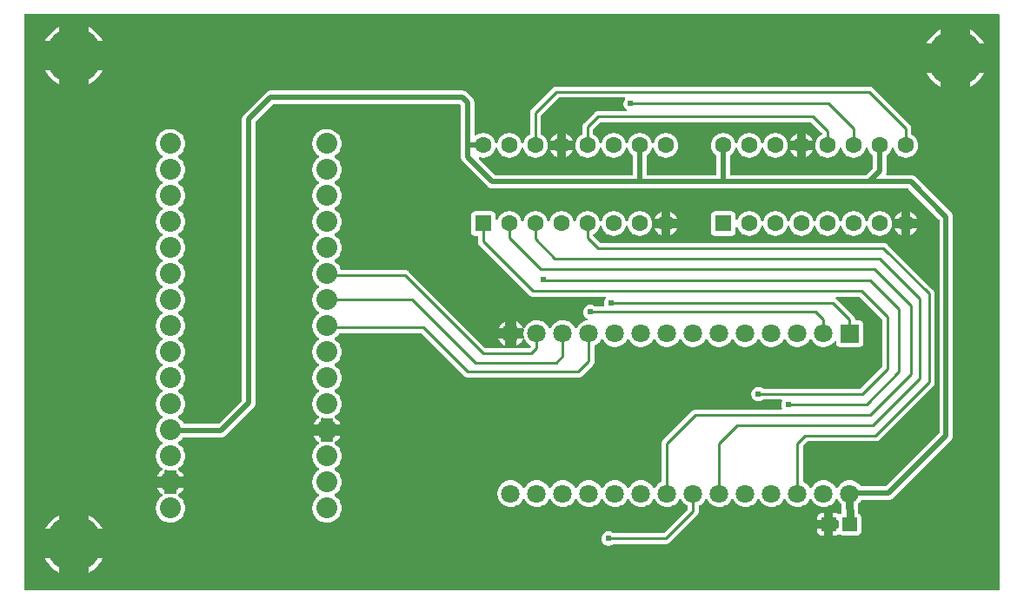
<source format=gbl>
G04 Layer: BottomLayer*
G04 Gerber Generator version 0.2*
G04 Scale: 100 percent, Rotated: No, Reflected: No *
G04 Dimensions in millimeters *
G04 leading zeros omitted , absolute positions ,4 integer and 5 decimal *
%FSLAX45Y45*%
%MOMM*%

%ADD10C,0.2540*%
%ADD11C,0.8000*%
%ADD12C,0.6096*%
%ADD15C,1.8000*%
%ADD17C,1.6000*%
%ADD18R,1.6000X1.6000*%
%ADD19C,2.0320*%
%ADD20C,5.5000*%
%ADD21C,0.5000*%

%LPD*%
G36*
X136144Y-62991D02*
G01*
X132232Y-62230D01*
X128981Y-59994D01*
X126746Y-56743D01*
X125983Y-52832D01*
X125983Y5551932D01*
X126746Y5555843D01*
X128981Y5559094D01*
X132232Y5561330D01*
X136144Y5562092D01*
X9612884Y5562092D01*
X9616795Y5561330D01*
X9620046Y5559094D01*
X9622282Y5555843D01*
X9623044Y5551932D01*
X9623044Y-52832D01*
X9622282Y-56743D01*
X9620046Y-59994D01*
X9616795Y-62230D01*
X9612884Y-62991D01*
G37*

%LPC*%
G36*
X327304Y5300065D02*
G01*
X464210Y5300065D01*
X464210Y5436971D01*
X443230Y5425236D01*
X422605Y5411470D01*
X403148Y5396128D01*
X384962Y5379313D01*
X368147Y5361127D01*
X352806Y5341670D01*
X339039Y5321046D01*
G37*
G36*
X464210Y112928D02*
G01*
X464210Y249834D01*
X327304Y249834D01*
X339039Y228854D01*
X352806Y208229D01*
X368147Y188772D01*
X384962Y170586D01*
X403148Y153771D01*
X422605Y138430D01*
X443230Y124663D01*
G37*
G36*
X5815076Y373532D02*
G01*
X5826201Y374396D01*
X5837021Y376986D01*
X5847283Y381254D01*
X5856782Y387096D01*
X5858865Y388874D01*
X5861913Y390652D01*
X5865469Y391261D01*
X6373672Y391261D01*
X6378498Y391515D01*
X6383121Y392125D01*
X6387642Y393090D01*
X6392062Y394512D01*
X6396380Y396290D01*
X6400495Y398424D01*
X6404406Y400913D01*
X6408064Y403758D01*
X6411671Y407009D01*
X6678066Y673404D01*
X6681317Y677011D01*
X6684162Y680669D01*
X6686651Y684580D01*
X6688785Y688695D01*
X6690563Y693013D01*
X6691985Y697433D01*
X6692950Y701954D01*
X6693560Y706577D01*
X6693814Y711403D01*
X6693814Y758291D01*
X6694424Y761847D01*
X6696252Y764895D01*
X6699046Y767181D01*
X6710222Y773328D01*
X6722821Y782370D01*
X6734200Y792784D01*
X6744309Y804519D01*
X6752945Y817321D01*
X6758533Y828294D01*
X6760870Y831240D01*
X6764121Y833170D01*
X6767880Y833780D01*
X6771589Y832967D01*
X6774738Y830834D01*
X6776872Y827735D01*
X6778498Y824128D01*
X6786321Y810818D01*
X6795719Y798525D01*
X6806488Y787400D01*
X6818477Y777697D01*
X6831584Y769416D01*
X6845553Y762762D01*
X6860184Y757834D01*
X6875322Y754634D01*
X6890715Y753262D01*
X6906158Y753719D01*
X6921449Y756005D01*
X6936384Y760069D01*
X6950709Y765911D01*
X6964222Y773328D01*
X6976821Y782370D01*
X6988200Y792784D01*
X6998309Y804519D01*
X7006945Y817321D01*
X7012533Y828294D01*
X7014870Y831240D01*
X7018121Y833170D01*
X7021880Y833780D01*
X7025589Y832967D01*
X7028738Y830834D01*
X7030872Y827735D01*
X7032498Y824128D01*
X7040321Y810818D01*
X7049719Y798525D01*
X7060488Y787400D01*
X7072477Y777697D01*
X7085584Y769416D01*
X7099553Y762762D01*
X7114184Y757834D01*
X7129322Y754634D01*
X7144715Y753262D01*
X7160158Y753719D01*
X7175449Y756005D01*
X7190384Y760069D01*
X7204709Y765911D01*
X7218222Y773328D01*
X7230821Y782370D01*
X7242200Y792784D01*
X7252309Y804519D01*
X7260945Y817321D01*
X7266533Y828294D01*
X7268870Y831240D01*
X7272121Y833170D01*
X7275880Y833780D01*
X7279589Y832967D01*
X7282738Y830834D01*
X7284872Y827735D01*
X7286498Y824128D01*
X7294321Y810818D01*
X7303719Y798525D01*
X7314488Y787400D01*
X7326477Y777697D01*
X7339584Y769416D01*
X7353553Y762762D01*
X7368184Y757834D01*
X7383322Y754634D01*
X7398715Y753262D01*
X7414158Y753719D01*
X7429449Y756005D01*
X7444384Y760069D01*
X7458709Y765911D01*
X7472222Y773328D01*
X7484821Y782370D01*
X7496200Y792784D01*
X7506309Y804519D01*
X7514945Y817321D01*
X7520533Y828294D01*
X7522870Y831240D01*
X7526121Y833170D01*
X7529880Y833780D01*
X7533589Y832967D01*
X7536738Y830834D01*
X7538872Y827735D01*
X7540498Y824128D01*
X7548321Y810818D01*
X7557719Y798525D01*
X7568488Y787400D01*
X7580477Y777697D01*
X7593584Y769416D01*
X7607553Y762762D01*
X7622184Y757834D01*
X7637322Y754634D01*
X7652715Y753262D01*
X7668158Y753719D01*
X7683449Y756005D01*
X7698384Y760069D01*
X7712709Y765911D01*
X7726222Y773328D01*
X7738821Y782370D01*
X7750200Y792784D01*
X7760309Y804519D01*
X7768945Y817321D01*
X7774533Y828294D01*
X7776870Y831240D01*
X7780121Y833170D01*
X7783880Y833780D01*
X7787589Y832967D01*
X7790738Y830834D01*
X7792872Y827735D01*
X7794498Y824128D01*
X7802321Y810818D01*
X7811719Y798525D01*
X7822488Y787400D01*
X7834477Y777697D01*
X7847584Y769416D01*
X7861553Y762762D01*
X7876184Y757834D01*
X7891322Y754634D01*
X7906715Y753262D01*
X7922158Y753719D01*
X7937449Y756005D01*
X7952384Y760069D01*
X7966709Y765911D01*
X7980222Y773328D01*
X7992821Y782370D01*
X8004200Y792784D01*
X8014309Y804519D01*
X8022945Y817321D01*
X8028533Y828294D01*
X8030870Y831240D01*
X8034121Y833170D01*
X8037880Y833780D01*
X8041589Y832967D01*
X8044738Y830834D01*
X8046872Y827735D01*
X8048498Y824128D01*
X8056321Y810818D01*
X8065719Y798525D01*
X8076488Y787400D01*
X8080857Y783894D01*
X8083600Y780389D01*
X8084616Y776020D01*
X8085023Y697890D01*
X8084362Y694283D01*
X8082483Y691184D01*
X8079638Y688898D01*
X8072983Y685342D01*
X8069427Y682396D01*
X8066379Y680720D01*
X8062975Y680110D01*
X8059572Y680720D01*
X8056524Y682396D01*
X8052968Y685342D01*
X8045958Y689102D01*
X8038388Y691388D01*
X8029956Y692200D01*
X8001558Y692200D01*
X8001558Y624281D01*
X8044789Y624281D01*
X8048701Y623519D01*
X8052003Y621334D01*
X8054187Y618032D01*
X8054949Y614121D01*
X8054949Y554278D01*
X8054187Y550367D01*
X8052003Y547065D01*
X8048701Y544880D01*
X8044789Y544118D01*
X8001558Y544118D01*
X8001558Y476199D01*
X8029956Y476199D01*
X8038388Y477012D01*
X8045958Y479298D01*
X8052968Y483057D01*
X8056524Y486003D01*
X8059572Y487680D01*
X8062975Y488289D01*
X8066379Y487680D01*
X8069427Y486003D01*
X8072983Y483057D01*
X8079994Y479298D01*
X8087563Y477012D01*
X8095996Y476199D01*
X8236000Y476199D01*
X8244382Y477012D01*
X8251952Y479298D01*
X8258962Y483057D01*
X8265109Y488086D01*
X8270138Y494233D01*
X8273846Y501192D01*
X8276183Y508812D01*
X8276996Y517194D01*
X8276996Y651205D01*
X8276183Y659587D01*
X8273846Y667207D01*
X8270138Y674166D01*
X8265109Y680313D01*
X8258962Y685342D01*
X8251393Y689406D01*
X8248548Y691642D01*
X8246719Y694740D01*
X8246008Y698296D01*
X8245652Y776782D01*
X8246465Y780897D01*
X8248954Y784301D01*
X8258200Y792784D01*
X8268309Y804519D01*
X8279536Y820877D01*
X8282686Y822807D01*
X8286292Y823468D01*
X8545169Y823468D01*
X8555837Y824331D01*
X8565794Y826719D01*
X8575294Y830630D01*
X8584082Y836015D01*
X8592159Y842975D01*
X9150400Y1401216D01*
X9157360Y1409293D01*
X9162745Y1418082D01*
X9166656Y1427581D01*
X9169044Y1437538D01*
X9169908Y1448206D01*
X9169908Y3580993D01*
X9169044Y3591661D01*
X9166656Y3601618D01*
X9162745Y3611118D01*
X9157360Y3619906D01*
X9150400Y3627983D01*
X8808059Y3970324D01*
X8799982Y3977284D01*
X8791194Y3982669D01*
X8781694Y3986580D01*
X8771737Y3988968D01*
X8761069Y3989832D01*
X8527592Y3989832D01*
X8523681Y3990594D01*
X8520430Y3992778D01*
X8518194Y3996080D01*
X8517432Y3999992D01*
X8518194Y4003852D01*
X8518956Y4005681D01*
X8521344Y4015638D01*
X8522208Y4026306D01*
X8522208Y4173728D01*
X8522716Y4176877D01*
X8524189Y4179773D01*
X8526475Y4182008D01*
X8532164Y4186021D01*
X8543137Y4196029D01*
X8552789Y4207306D01*
X8560968Y4219651D01*
X8567623Y4232960D01*
X8572550Y4246930D01*
X8573719Y4252315D01*
X8575294Y4255922D01*
X8578088Y4258665D01*
X8581694Y4260138D01*
X8585606Y4260138D01*
X8589213Y4258665D01*
X8592007Y4255922D01*
X8593582Y4252315D01*
X8594750Y4246930D01*
X8599678Y4232960D01*
X8606282Y4219651D01*
X8614460Y4207306D01*
X8624112Y4196029D01*
X8635085Y4186021D01*
X8647226Y4177487D01*
X8660282Y4170476D01*
X8674100Y4165092D01*
X8688476Y4161485D01*
X8703208Y4159656D01*
X8718042Y4159656D01*
X8732774Y4161485D01*
X8747150Y4165092D01*
X8761018Y4170476D01*
X8774074Y4177487D01*
X8786164Y4186021D01*
X8797137Y4196029D01*
X8806789Y4207306D01*
X8814968Y4219651D01*
X8821623Y4232960D01*
X8826550Y4246930D01*
X8829700Y4261459D01*
X8831072Y4276191D01*
X8830614Y4291025D01*
X8828328Y4305706D01*
X8824264Y4319981D01*
X8818524Y4333646D01*
X8811107Y4346498D01*
X8802166Y4358335D01*
X8791803Y4368952D01*
X8780272Y4378248D01*
X8768689Y4385411D01*
X8766149Y4387697D01*
X8764473Y4390694D01*
X8763914Y4394047D01*
X8763914Y4444796D01*
X8763660Y4449622D01*
X8763050Y4454245D01*
X8762085Y4458766D01*
X8760663Y4463186D01*
X8758885Y4467504D01*
X8756751Y4471619D01*
X8754262Y4475530D01*
X8751417Y4479188D01*
X8748166Y4482795D01*
X8392871Y4838090D01*
X8389264Y4841341D01*
X8385606Y4844186D01*
X8381695Y4846675D01*
X8377580Y4848809D01*
X8373262Y4850587D01*
X8368842Y4852009D01*
X8364321Y4852974D01*
X8359698Y4853584D01*
X8354872Y4853787D01*
X5307279Y4853787D01*
X5302453Y4853584D01*
X5297830Y4852974D01*
X5293309Y4852009D01*
X5288889Y4850587D01*
X5284571Y4848809D01*
X5280456Y4846675D01*
X5276545Y4844186D01*
X5272887Y4841341D01*
X5269280Y4838090D01*
X5066385Y4635195D01*
X5063134Y4631588D01*
X5060289Y4627930D01*
X5057800Y4624019D01*
X5055666Y4619904D01*
X5053888Y4615586D01*
X5052466Y4611166D01*
X5051501Y4606645D01*
X5050891Y4602022D01*
X5050688Y4597196D01*
X5050688Y4394098D01*
X5050078Y4390745D01*
X5048402Y4387748D01*
X5045862Y4385462D01*
X5034229Y4378248D01*
X5022646Y4368952D01*
X5012334Y4358335D01*
X5003393Y4346498D01*
X4995976Y4333646D01*
X4990185Y4319981D01*
X4986629Y4307382D01*
X4984546Y4303522D01*
X4981092Y4300931D01*
X4976825Y4299966D01*
X4972608Y4300931D01*
X4969103Y4303522D01*
X4967071Y4307382D01*
X4963464Y4319981D01*
X4957724Y4333646D01*
X4950307Y4346498D01*
X4941366Y4358335D01*
X4931003Y4368952D01*
X4919472Y4378248D01*
X4906822Y4386072D01*
X4893360Y4392269D01*
X4879238Y4396790D01*
X4864658Y4399483D01*
X4849825Y4400397D01*
X4835042Y4399483D01*
X4820462Y4396790D01*
X4806289Y4392269D01*
X4792827Y4386072D01*
X4780229Y4378248D01*
X4768646Y4368952D01*
X4758334Y4358335D01*
X4749393Y4346498D01*
X4741976Y4333646D01*
X4736185Y4319981D01*
X4732629Y4307382D01*
X4730546Y4303522D01*
X4727092Y4300931D01*
X4722825Y4299966D01*
X4718608Y4300931D01*
X4715103Y4303522D01*
X4713071Y4307382D01*
X4709464Y4319981D01*
X4703724Y4333646D01*
X4696307Y4346498D01*
X4687366Y4358335D01*
X4677003Y4368952D01*
X4665472Y4378248D01*
X4652822Y4386072D01*
X4639360Y4392269D01*
X4625238Y4396790D01*
X4610658Y4399483D01*
X4595825Y4400397D01*
X4581042Y4399483D01*
X4566462Y4396790D01*
X4552289Y4392269D01*
X4538827Y4386072D01*
X4522165Y4375912D01*
X4518406Y4375454D01*
X4514748Y4376470D01*
X4511700Y4378706D01*
X4509719Y4381906D01*
X4509008Y4385614D01*
X4509008Y4698593D01*
X4508144Y4709261D01*
X4505756Y4719218D01*
X4501845Y4728718D01*
X4496460Y4737506D01*
X4489500Y4745583D01*
X4439259Y4795824D01*
X4431182Y4802784D01*
X4422394Y4808169D01*
X4412894Y4812080D01*
X4402937Y4814468D01*
X4392269Y4815332D01*
X2526182Y4815332D01*
X2515514Y4814468D01*
X2505557Y4812080D01*
X2496058Y4808169D01*
X2487269Y4802784D01*
X2479192Y4795824D01*
X2263851Y4580483D01*
X2256891Y4572406D01*
X2251506Y4563618D01*
X2247595Y4554118D01*
X2245207Y4544161D01*
X2244344Y4533493D01*
X2244344Y1796643D01*
X2243582Y1792732D01*
X2241397Y1789480D01*
X2018995Y1567078D01*
X2015743Y1564894D01*
X2011832Y1564132D01*
X1682496Y1564132D01*
X1678787Y1564792D01*
X1675638Y1566773D01*
X1673352Y1569770D01*
X1671574Y1573377D01*
X1662836Y1587042D01*
X1652574Y1599590D01*
X1640941Y1610918D01*
X1628089Y1620824D01*
X1626412Y1621840D01*
X1623364Y1624634D01*
X1621688Y1628444D01*
X1621688Y1632610D01*
X1623364Y1636420D01*
X1626412Y1639214D01*
X1628089Y1640230D01*
X1640941Y1650136D01*
X1652574Y1661414D01*
X1662836Y1674012D01*
X1671574Y1687626D01*
X1678736Y1702206D01*
X1684223Y1717497D01*
X1687880Y1733296D01*
X1689709Y1749399D01*
X1689709Y1765655D01*
X1687880Y1781759D01*
X1684223Y1797557D01*
X1678736Y1812848D01*
X1671574Y1827377D01*
X1662836Y1841042D01*
X1652574Y1853590D01*
X1640941Y1864918D01*
X1628089Y1874824D01*
X1626412Y1875840D01*
X1623364Y1878634D01*
X1621688Y1882444D01*
X1621688Y1886610D01*
X1623364Y1890420D01*
X1626412Y1893214D01*
X1628089Y1894230D01*
X1640941Y1904136D01*
X1652574Y1915414D01*
X1662836Y1928012D01*
X1671574Y1941626D01*
X1678736Y1956206D01*
X1684223Y1971497D01*
X1687880Y1987296D01*
X1689709Y2003399D01*
X1689709Y2019655D01*
X1687880Y2035759D01*
X1684223Y2051557D01*
X1678736Y2066848D01*
X1671574Y2081377D01*
X1662836Y2095042D01*
X1652574Y2107590D01*
X1640941Y2118918D01*
X1628089Y2128824D01*
X1626412Y2129840D01*
X1623364Y2132634D01*
X1621688Y2136444D01*
X1621688Y2140610D01*
X1623364Y2144420D01*
X1626412Y2147214D01*
X1628089Y2148230D01*
X1640941Y2158136D01*
X1652574Y2169414D01*
X1662836Y2182012D01*
X1671574Y2195626D01*
X1678736Y2210206D01*
X1684223Y2225497D01*
X1687880Y2241296D01*
X1689709Y2257399D01*
X1689709Y2273655D01*
X1687880Y2289759D01*
X1684223Y2305558D01*
X1678736Y2320848D01*
X1671574Y2335377D01*
X1662836Y2349042D01*
X1652574Y2361590D01*
X1640941Y2372918D01*
X1628089Y2382824D01*
X1626412Y2383840D01*
X1623364Y2386634D01*
X1621688Y2390444D01*
X1621688Y2394610D01*
X1623364Y2398420D01*
X1626412Y2401214D01*
X1628089Y2402230D01*
X1640941Y2412136D01*
X1652574Y2423414D01*
X1662836Y2436012D01*
X1671574Y2449626D01*
X1678736Y2464206D01*
X1684223Y2479497D01*
X1687880Y2495296D01*
X1689709Y2511399D01*
X1689709Y2527655D01*
X1687880Y2543759D01*
X1684223Y2559558D01*
X1678736Y2574848D01*
X1671574Y2589377D01*
X1662836Y2603042D01*
X1652574Y2615590D01*
X1640941Y2626918D01*
X1628089Y2636824D01*
X1626412Y2637840D01*
X1623364Y2640634D01*
X1621688Y2644444D01*
X1621688Y2648610D01*
X1623364Y2652420D01*
X1626412Y2655214D01*
X1628089Y2656230D01*
X1640941Y2666136D01*
X1652574Y2677414D01*
X1662836Y2690012D01*
X1671574Y2703626D01*
X1678736Y2718206D01*
X1684223Y2733497D01*
X1687880Y2749296D01*
X1689709Y2765399D01*
X1689709Y2781655D01*
X1687880Y2797759D01*
X1684223Y2813558D01*
X1678736Y2828848D01*
X1671574Y2843377D01*
X1662836Y2857042D01*
X1652574Y2869590D01*
X1640941Y2880918D01*
X1628089Y2890824D01*
X1626412Y2891840D01*
X1623364Y2894634D01*
X1621688Y2898444D01*
X1621688Y2902610D01*
X1623364Y2906420D01*
X1626412Y2909214D01*
X1628089Y2910230D01*
X1640941Y2920136D01*
X1652574Y2931414D01*
X1662836Y2944012D01*
X1671574Y2957626D01*
X1678736Y2972206D01*
X1684223Y2987497D01*
X1687880Y3003296D01*
X1689709Y3019399D01*
X1689709Y3035655D01*
X1687880Y3051759D01*
X1684223Y3067558D01*
X1678736Y3082848D01*
X1671574Y3097377D01*
X1662836Y3111042D01*
X1652574Y3123590D01*
X1640941Y3134918D01*
X1628089Y3144824D01*
X1626412Y3145840D01*
X1623364Y3148634D01*
X1621688Y3152444D01*
X1621688Y3156610D01*
X1623364Y3160420D01*
X1626412Y3163214D01*
X1628089Y3164230D01*
X1640941Y3174136D01*
X1652574Y3185414D01*
X1662836Y3198012D01*
X1671574Y3211626D01*
X1678736Y3226206D01*
X1684223Y3241497D01*
X1687880Y3257296D01*
X1689709Y3273399D01*
X1689709Y3289655D01*
X1687880Y3305759D01*
X1684223Y3321558D01*
X1678736Y3336848D01*
X1671574Y3351377D01*
X1662836Y3365042D01*
X1652574Y3377590D01*
X1640941Y3388918D01*
X1628089Y3398824D01*
X1626412Y3399840D01*
X1623364Y3402634D01*
X1621688Y3406444D01*
X1621688Y3410610D01*
X1623364Y3414420D01*
X1626412Y3417214D01*
X1628089Y3418230D01*
X1640941Y3428136D01*
X1652574Y3439414D01*
X1662836Y3452012D01*
X1671574Y3465626D01*
X1678736Y3480206D01*
X1684223Y3495497D01*
X1687880Y3511296D01*
X1689709Y3527399D01*
X1689709Y3543655D01*
X1687880Y3559759D01*
X1684223Y3575558D01*
X1678736Y3590848D01*
X1671574Y3605377D01*
X1662836Y3619042D01*
X1652574Y3631590D01*
X1640941Y3642918D01*
X1628089Y3652824D01*
X1626412Y3653840D01*
X1623364Y3656634D01*
X1621688Y3660444D01*
X1621688Y3664610D01*
X1623364Y3668420D01*
X1626412Y3671214D01*
X1628089Y3672230D01*
X1640941Y3682136D01*
X1652574Y3693414D01*
X1662836Y3706012D01*
X1671574Y3719626D01*
X1678736Y3734206D01*
X1684223Y3749497D01*
X1687880Y3765296D01*
X1689709Y3781399D01*
X1689709Y3797655D01*
X1687880Y3813759D01*
X1684223Y3829558D01*
X1678736Y3844848D01*
X1671574Y3859377D01*
X1662836Y3873042D01*
X1652574Y3885590D01*
X1640941Y3896918D01*
X1628089Y3906824D01*
X1626412Y3907840D01*
X1623364Y3910634D01*
X1621688Y3914444D01*
X1621688Y3918610D01*
X1623364Y3922420D01*
X1626412Y3925214D01*
X1628089Y3926230D01*
X1640941Y3936136D01*
X1652574Y3947414D01*
X1662836Y3960012D01*
X1671574Y3973626D01*
X1678736Y3988206D01*
X1684223Y4003497D01*
X1687880Y4019296D01*
X1689709Y4035399D01*
X1689709Y4051655D01*
X1687880Y4067759D01*
X1684223Y4083558D01*
X1678736Y4098848D01*
X1671574Y4113377D01*
X1662836Y4127042D01*
X1652574Y4139590D01*
X1640941Y4150918D01*
X1628089Y4160824D01*
X1626412Y4161840D01*
X1623364Y4164634D01*
X1621688Y4168444D01*
X1621688Y4172610D01*
X1623364Y4176420D01*
X1626412Y4179214D01*
X1628089Y4180230D01*
X1640941Y4190136D01*
X1652574Y4201414D01*
X1662836Y4214012D01*
X1671574Y4227626D01*
X1678736Y4242206D01*
X1684223Y4257497D01*
X1687880Y4273296D01*
X1689709Y4289399D01*
X1689709Y4305655D01*
X1687880Y4321759D01*
X1684223Y4337558D01*
X1678736Y4352848D01*
X1671574Y4367377D01*
X1662836Y4381042D01*
X1652574Y4393590D01*
X1640941Y4404918D01*
X1628089Y4414824D01*
X1614170Y4423206D01*
X1599438Y4429912D01*
X1583994Y4434941D01*
X1568094Y4438192D01*
X1551940Y4439564D01*
X1535684Y4439107D01*
X1519631Y4436770D01*
X1503934Y4432655D01*
X1488846Y4426762D01*
X1474470Y4419193D01*
X1461109Y4410049D01*
X1448816Y4399432D01*
X1437843Y4387443D01*
X1428343Y4374337D01*
X1420368Y4360214D01*
X1414018Y4345279D01*
X1409446Y4329684D01*
X1406702Y4313732D01*
X1405788Y4297527D01*
X1406702Y4281322D01*
X1409446Y4265320D01*
X1414018Y4249775D01*
X1420368Y4234840D01*
X1428343Y4220718D01*
X1437843Y4207560D01*
X1448816Y4195622D01*
X1461109Y4185005D01*
X1469999Y4178909D01*
X1472742Y4176115D01*
X1474216Y4172458D01*
X1474216Y4168546D01*
X1472742Y4164939D01*
X1469999Y4162145D01*
X1461109Y4156049D01*
X1448816Y4145432D01*
X1437843Y4133443D01*
X1428343Y4120337D01*
X1420368Y4106214D01*
X1414018Y4091279D01*
X1409446Y4075684D01*
X1406702Y4059732D01*
X1405788Y4043527D01*
X1406702Y4027322D01*
X1409446Y4011320D01*
X1414018Y3995775D01*
X1420368Y3980840D01*
X1428343Y3966718D01*
X1437843Y3953560D01*
X1448816Y3941622D01*
X1461109Y3931005D01*
X1469999Y3924909D01*
X1472742Y3922115D01*
X1474216Y3918458D01*
X1474216Y3914546D01*
X1472742Y3910939D01*
X1469999Y3908145D01*
X1461109Y3902049D01*
X1448816Y3891432D01*
X1437843Y3879443D01*
X1428343Y3866337D01*
X1420368Y3852214D01*
X1414018Y3837279D01*
X1409446Y3821684D01*
X1406702Y3805732D01*
X1405788Y3789527D01*
X1406702Y3773322D01*
X1409446Y3757320D01*
X1414018Y3741775D01*
X1420368Y3726840D01*
X1428343Y3712718D01*
X1437843Y3699560D01*
X1448816Y3687622D01*
X1461109Y3677005D01*
X1469999Y3670909D01*
X1472742Y3668115D01*
X1474216Y3664458D01*
X1474216Y3660546D01*
X1472742Y3656939D01*
X1469999Y3654145D01*
X1461109Y3648049D01*
X1448816Y3637432D01*
X1437843Y3625443D01*
X1428343Y3612337D01*
X1420368Y3598214D01*
X1414018Y3583279D01*
X1409446Y3567684D01*
X1406702Y3551732D01*
X1405788Y3535527D01*
X1406702Y3519322D01*
X1409446Y3503320D01*
X1414018Y3487775D01*
X1420368Y3472840D01*
X1428343Y3458718D01*
X1437843Y3445560D01*
X1448816Y3433622D01*
X1461109Y3423005D01*
X1469999Y3416909D01*
X1472742Y3414115D01*
X1474216Y3410458D01*
X1474216Y3406546D01*
X1472742Y3402939D01*
X1469999Y3400145D01*
X1461109Y3394049D01*
X1448816Y3383432D01*
X1437843Y3371443D01*
X1428343Y3358337D01*
X1420368Y3344214D01*
X1414018Y3329279D01*
X1409446Y3313684D01*
X1406702Y3297732D01*
X1405788Y3281527D01*
X1406702Y3265322D01*
X1409446Y3249320D01*
X1414018Y3233775D01*
X1420368Y3218840D01*
X1428343Y3204718D01*
X1437843Y3191560D01*
X1448816Y3179622D01*
X1461109Y3169005D01*
X1469999Y3162909D01*
X1472742Y3160115D01*
X1474216Y3156458D01*
X1474216Y3152546D01*
X1472742Y3148939D01*
X1469999Y3146145D01*
X1461109Y3140049D01*
X1448816Y3129432D01*
X1437843Y3117443D01*
X1428343Y3104337D01*
X1420368Y3090214D01*
X1414018Y3075279D01*
X1409446Y3059684D01*
X1406702Y3043732D01*
X1405788Y3027527D01*
X1406702Y3011322D01*
X1409446Y2995320D01*
X1414018Y2979775D01*
X1420368Y2964840D01*
X1428343Y2950718D01*
X1437843Y2937560D01*
X1448816Y2925622D01*
X1461109Y2915005D01*
X1469999Y2908909D01*
X1472742Y2906115D01*
X1474216Y2902458D01*
X1474216Y2898546D01*
X1472742Y2894939D01*
X1469999Y2892145D01*
X1461109Y2886049D01*
X1448816Y2875432D01*
X1437843Y2863443D01*
X1428343Y2850337D01*
X1420368Y2836214D01*
X1414018Y2821279D01*
X1409446Y2805684D01*
X1406702Y2789732D01*
X1405788Y2773527D01*
X1406702Y2757322D01*
X1409446Y2741320D01*
X1414018Y2725775D01*
X1420368Y2710840D01*
X1428343Y2696718D01*
X1437843Y2683560D01*
X1448816Y2671622D01*
X1461109Y2661005D01*
X1469999Y2654909D01*
X1472742Y2652115D01*
X1474216Y2648458D01*
X1474216Y2644546D01*
X1472742Y2640939D01*
X1469999Y2638145D01*
X1461109Y2632049D01*
X1448816Y2621432D01*
X1437843Y2609443D01*
X1428343Y2596337D01*
X1420368Y2582214D01*
X1414018Y2567279D01*
X1409446Y2551684D01*
X1406702Y2535732D01*
X1405788Y2519527D01*
X1406702Y2503322D01*
X1409446Y2487320D01*
X1414018Y2471775D01*
X1420368Y2456840D01*
X1428343Y2442718D01*
X1437843Y2429560D01*
X1448816Y2417622D01*
X1461109Y2407005D01*
X1469999Y2400909D01*
X1472742Y2398115D01*
X1474216Y2394458D01*
X1474216Y2390546D01*
X1472742Y2386939D01*
X1469999Y2384145D01*
X1461109Y2378049D01*
X1448816Y2367432D01*
X1437843Y2355443D01*
X1428343Y2342337D01*
X1420368Y2328214D01*
X1414018Y2313279D01*
X1409446Y2297684D01*
X1406702Y2281732D01*
X1405788Y2265527D01*
X1406702Y2249322D01*
X1409446Y2233320D01*
X1414018Y2217775D01*
X1420368Y2202840D01*
X1428343Y2188718D01*
X1437843Y2175560D01*
X1448816Y2163622D01*
X1461109Y2153005D01*
X1469999Y2146909D01*
X1472742Y2144115D01*
X1474216Y2140458D01*
X1474216Y2136546D01*
X1472742Y2132939D01*
X1469999Y2130145D01*
X1461109Y2124049D01*
X1448816Y2113432D01*
X1437843Y2101443D01*
X1428343Y2088337D01*
X1420368Y2074214D01*
X1414018Y2059279D01*
X1409446Y2043684D01*
X1406702Y2027732D01*
X1405788Y2011527D01*
X1406702Y1995322D01*
X1409446Y1979320D01*
X1414018Y1963775D01*
X1420368Y1948840D01*
X1428343Y1934718D01*
X1437843Y1921560D01*
X1448816Y1909622D01*
X1461109Y1899005D01*
X1469999Y1892909D01*
X1472742Y1890115D01*
X1474216Y1886457D01*
X1474216Y1882546D01*
X1472742Y1878939D01*
X1469999Y1876145D01*
X1461109Y1870049D01*
X1448816Y1859432D01*
X1437843Y1847443D01*
X1428343Y1834337D01*
X1420368Y1820214D01*
X1414018Y1805279D01*
X1409446Y1789684D01*
X1406702Y1773732D01*
X1405788Y1757527D01*
X1406702Y1741322D01*
X1409446Y1725320D01*
X1414018Y1709775D01*
X1420368Y1694840D01*
X1428343Y1680718D01*
X1437843Y1667560D01*
X1448816Y1655622D01*
X1461109Y1645005D01*
X1469999Y1638909D01*
X1472742Y1636115D01*
X1474216Y1632457D01*
X1474216Y1628546D01*
X1472742Y1624939D01*
X1469999Y1622145D01*
X1461109Y1616049D01*
X1448816Y1605432D01*
X1437843Y1593443D01*
X1428343Y1580337D01*
X1420368Y1566214D01*
X1414018Y1551279D01*
X1409446Y1535684D01*
X1406702Y1519732D01*
X1405788Y1503527D01*
X1406702Y1487322D01*
X1409446Y1471320D01*
X1414018Y1455775D01*
X1420368Y1440840D01*
X1428343Y1426718D01*
X1437843Y1413560D01*
X1448816Y1401622D01*
X1461109Y1391005D01*
X1469999Y1384909D01*
X1472742Y1382115D01*
X1474216Y1378458D01*
X1474216Y1374546D01*
X1472742Y1370939D01*
X1469999Y1368145D01*
X1461109Y1362049D01*
X1448816Y1351432D01*
X1437843Y1339443D01*
X1428343Y1326337D01*
X1420368Y1312214D01*
X1414018Y1297279D01*
X1409446Y1281684D01*
X1406702Y1265732D01*
X1405788Y1249527D01*
X1406702Y1233322D01*
X1409446Y1217320D01*
X1414018Y1201775D01*
X1420368Y1186840D01*
X1428343Y1172718D01*
X1437843Y1159560D01*
X1448816Y1147622D01*
X1461109Y1137005D01*
X1469999Y1130909D01*
X1472742Y1128115D01*
X1474216Y1124458D01*
X1474216Y1120546D01*
X1472742Y1116939D01*
X1469999Y1114145D01*
X1461109Y1108049D01*
X1448816Y1097432D01*
X1437843Y1085443D01*
X1428343Y1072337D01*
X1420368Y1058214D01*
X1418031Y1052677D01*
X1490726Y1052677D01*
X1490726Y1104696D01*
X1491386Y1108303D01*
X1493316Y1111453D01*
X1496263Y1113739D01*
X1499768Y1114806D01*
X1503476Y1114501D01*
X1519631Y1110234D01*
X1535684Y1107948D01*
X1551940Y1107490D01*
X1568094Y1108862D01*
X1583994Y1112113D01*
X1591716Y1114602D01*
X1595475Y1115060D01*
X1599184Y1114145D01*
X1602282Y1111910D01*
X1604314Y1108659D01*
X1605026Y1104950D01*
X1605026Y1052677D01*
X1677873Y1052677D01*
X1671574Y1065377D01*
X1662836Y1079042D01*
X1652574Y1091590D01*
X1640941Y1102918D01*
X1628089Y1112824D01*
X1626412Y1113840D01*
X1623364Y1116634D01*
X1621688Y1120444D01*
X1621688Y1124610D01*
X1623364Y1128420D01*
X1626412Y1131214D01*
X1628089Y1132230D01*
X1640941Y1142136D01*
X1652574Y1153414D01*
X1662836Y1166012D01*
X1671574Y1179626D01*
X1678736Y1194206D01*
X1684223Y1209497D01*
X1687880Y1225296D01*
X1689709Y1241399D01*
X1689709Y1257655D01*
X1687880Y1273759D01*
X1684223Y1289558D01*
X1678736Y1304848D01*
X1671574Y1319377D01*
X1662836Y1333042D01*
X1652574Y1345590D01*
X1640941Y1356918D01*
X1628089Y1366824D01*
X1626412Y1367840D01*
X1623364Y1370634D01*
X1621688Y1374444D01*
X1621688Y1378610D01*
X1623364Y1382420D01*
X1626412Y1385214D01*
X1628089Y1386230D01*
X1640941Y1396136D01*
X1652574Y1407414D01*
X1662836Y1420012D01*
X1668221Y1428445D01*
X1670507Y1430934D01*
X1673453Y1432509D01*
X1676806Y1433068D01*
X2042769Y1433068D01*
X2053437Y1433931D01*
X2063394Y1436319D01*
X2072893Y1440230D01*
X2081682Y1445615D01*
X2089759Y1452575D01*
X2355900Y1718716D01*
X2362860Y1726793D01*
X2368245Y1735582D01*
X2372156Y1745081D01*
X2374544Y1755038D01*
X2375408Y1765706D01*
X2375408Y4502556D01*
X2376170Y4506468D01*
X2378354Y4509719D01*
X2549956Y4681321D01*
X2553208Y4683506D01*
X2557119Y4684268D01*
X4361332Y4684268D01*
X4365244Y4683506D01*
X4368495Y4681321D01*
X4374997Y4674819D01*
X4377182Y4671568D01*
X4377944Y4667656D01*
X4377944Y4166006D01*
X4378807Y4155338D01*
X4381195Y4145381D01*
X4385106Y4135882D01*
X4390491Y4127093D01*
X4397451Y4119016D01*
X4638192Y3878275D01*
X4646269Y3871315D01*
X4655058Y3865930D01*
X4664557Y3862019D01*
X4674514Y3859631D01*
X4685182Y3858768D01*
X8730132Y3858768D01*
X8734044Y3858006D01*
X8737295Y3855821D01*
X9035897Y3557219D01*
X9038082Y3553968D01*
X9038844Y3550056D01*
X9038844Y1479143D01*
X9038082Y1475232D01*
X9035897Y1471980D01*
X8521395Y957478D01*
X8518144Y955294D01*
X8514232Y954532D01*
X8279333Y954532D01*
X8276081Y955040D01*
X8273186Y956614D01*
X8270900Y959002D01*
X8268309Y962863D01*
X8258200Y974598D01*
X8246821Y985012D01*
X8234222Y994054D01*
X8220709Y1001521D01*
X8206384Y1007313D01*
X8191449Y1011377D01*
X8176158Y1013663D01*
X8160715Y1014120D01*
X8145322Y1012748D01*
X8130184Y1009599D01*
X8115553Y1004620D01*
X8101584Y997966D01*
X8088477Y989736D01*
X8076488Y979982D01*
X8065719Y968908D01*
X8056321Y956614D01*
X8048498Y943305D01*
X8046872Y939647D01*
X8044738Y936548D01*
X8041589Y934415D01*
X8037880Y933602D01*
X8034121Y934212D01*
X8030870Y936142D01*
X8028533Y939139D01*
X8022945Y950061D01*
X8014309Y962863D01*
X8004200Y974598D01*
X7992821Y985012D01*
X7980222Y994054D01*
X7966709Y1001521D01*
X7952384Y1007313D01*
X7937449Y1011377D01*
X7922158Y1013663D01*
X7906715Y1014120D01*
X7891322Y1012748D01*
X7876184Y1009599D01*
X7861553Y1004620D01*
X7847584Y997966D01*
X7834477Y989736D01*
X7822488Y979982D01*
X7811719Y968908D01*
X7802321Y956614D01*
X7794498Y943305D01*
X7792872Y939647D01*
X7790738Y936548D01*
X7787589Y934415D01*
X7783880Y933602D01*
X7780121Y934212D01*
X7776870Y936142D01*
X7774533Y939139D01*
X7768945Y950061D01*
X7760309Y962863D01*
X7750200Y974598D01*
X7738821Y985012D01*
X7726222Y994054D01*
X7715046Y1000201D01*
X7712252Y1002487D01*
X7710424Y1005586D01*
X7709814Y1009091D01*
X7709814Y1345336D01*
X7710576Y1349248D01*
X7712760Y1352550D01*
X7751825Y1391615D01*
X7755128Y1393799D01*
X7759039Y1394561D01*
X8418372Y1394561D01*
X8423198Y1394815D01*
X8427821Y1395425D01*
X8432342Y1396390D01*
X8436762Y1397812D01*
X8441080Y1399590D01*
X8445195Y1401724D01*
X8449106Y1404213D01*
X8452764Y1407058D01*
X8456371Y1410309D01*
X8976766Y1930704D01*
X8980017Y1934311D01*
X8982862Y1937969D01*
X8985351Y1941880D01*
X8987485Y1945995D01*
X8989263Y1950313D01*
X8990685Y1954733D01*
X8991650Y1959254D01*
X8992260Y1963877D01*
X8992514Y1968703D01*
X8992514Y2831896D01*
X8992260Y2836722D01*
X8991650Y2841345D01*
X8990685Y2845866D01*
X8989263Y2850286D01*
X8987485Y2854604D01*
X8985351Y2858719D01*
X8982862Y2862630D01*
X8980017Y2866288D01*
X8976766Y2869895D01*
X8532571Y3314090D01*
X8528964Y3317341D01*
X8525306Y3320186D01*
X8521395Y3322675D01*
X8517280Y3324809D01*
X8512962Y3326587D01*
X8508542Y3328009D01*
X8504021Y3328974D01*
X8499398Y3329584D01*
X8494572Y3329787D01*
X5739739Y3329787D01*
X5735828Y3330600D01*
X5732526Y3332784D01*
X5668416Y3396945D01*
X5666282Y3400044D01*
X5665419Y3403701D01*
X5665978Y3407410D01*
X5667857Y3410712D01*
X5670804Y3413048D01*
X5675274Y3415487D01*
X5687364Y3424021D01*
X5698337Y3434029D01*
X5707989Y3445306D01*
X5716168Y3457651D01*
X5722823Y3470960D01*
X5727750Y3484930D01*
X5728919Y3490315D01*
X5730494Y3493922D01*
X5733288Y3496665D01*
X5736894Y3498138D01*
X5740806Y3498138D01*
X5744413Y3496665D01*
X5747207Y3493922D01*
X5748782Y3490315D01*
X5749950Y3484930D01*
X5754878Y3470960D01*
X5761482Y3457651D01*
X5769660Y3445306D01*
X5779312Y3434029D01*
X5790285Y3424021D01*
X5802426Y3415487D01*
X5815482Y3408476D01*
X5829300Y3403092D01*
X5843676Y3399485D01*
X5858408Y3397656D01*
X5873242Y3397656D01*
X5887974Y3399485D01*
X5902350Y3403092D01*
X5916218Y3408476D01*
X5929274Y3415487D01*
X5941364Y3424021D01*
X5952337Y3434029D01*
X5961989Y3445306D01*
X5970168Y3457651D01*
X5976823Y3470960D01*
X5981750Y3484930D01*
X5982919Y3490315D01*
X5984494Y3493922D01*
X5987288Y3496665D01*
X5990894Y3498138D01*
X5994806Y3498138D01*
X5998413Y3496665D01*
X6001207Y3493922D01*
X6002782Y3490315D01*
X6003950Y3484930D01*
X6008878Y3470960D01*
X6015482Y3457651D01*
X6023660Y3445306D01*
X6033312Y3434029D01*
X6044285Y3424021D01*
X6056426Y3415487D01*
X6069482Y3408476D01*
X6083300Y3403092D01*
X6097676Y3399485D01*
X6112408Y3397656D01*
X6127242Y3397656D01*
X6141974Y3399485D01*
X6156350Y3403092D01*
X6170218Y3408476D01*
X6183274Y3415487D01*
X6195364Y3424021D01*
X6206337Y3434029D01*
X6215989Y3445306D01*
X6224168Y3457651D01*
X6230823Y3470960D01*
X6235750Y3484930D01*
X6238900Y3499459D01*
X6240272Y3514191D01*
X6239814Y3529025D01*
X6237528Y3543706D01*
X6233464Y3557981D01*
X6227724Y3571646D01*
X6220307Y3584498D01*
X6211366Y3596335D01*
X6201003Y3606952D01*
X6189472Y3616248D01*
X6176822Y3624072D01*
X6163360Y3630269D01*
X6149238Y3634790D01*
X6134658Y3637483D01*
X6119825Y3638397D01*
X6105042Y3637483D01*
X6090462Y3634790D01*
X6076289Y3630269D01*
X6062827Y3624072D01*
X6050229Y3616248D01*
X6038646Y3606952D01*
X6028334Y3596335D01*
X6019393Y3584498D01*
X6011976Y3571646D01*
X6006185Y3557981D01*
X6002629Y3545382D01*
X6000546Y3541522D01*
X5997092Y3538931D01*
X5992825Y3537965D01*
X5988608Y3538931D01*
X5985103Y3541522D01*
X5983071Y3545382D01*
X5979464Y3557981D01*
X5973724Y3571646D01*
X5966307Y3584498D01*
X5957366Y3596335D01*
X5947003Y3606952D01*
X5935472Y3616248D01*
X5922822Y3624072D01*
X5909360Y3630269D01*
X5895238Y3634790D01*
X5880658Y3637483D01*
X5865825Y3638397D01*
X5851042Y3637483D01*
X5836462Y3634790D01*
X5822289Y3630269D01*
X5808827Y3624072D01*
X5796229Y3616248D01*
X5784646Y3606952D01*
X5774334Y3596335D01*
X5765393Y3584498D01*
X5757976Y3571646D01*
X5752185Y3557981D01*
X5748629Y3545382D01*
X5746546Y3541522D01*
X5743092Y3538931D01*
X5738825Y3537965D01*
X5734608Y3538931D01*
X5731103Y3541522D01*
X5729071Y3545382D01*
X5725464Y3557981D01*
X5719724Y3571646D01*
X5712307Y3584498D01*
X5703366Y3596335D01*
X5693003Y3606952D01*
X5681472Y3616248D01*
X5668822Y3624072D01*
X5655360Y3630269D01*
X5641238Y3634790D01*
X5626658Y3637483D01*
X5611825Y3638397D01*
X5597042Y3637483D01*
X5582462Y3634790D01*
X5568289Y3630269D01*
X5554827Y3624072D01*
X5542229Y3616248D01*
X5530646Y3606952D01*
X5520334Y3596335D01*
X5511393Y3584498D01*
X5503976Y3571646D01*
X5498185Y3557981D01*
X5494629Y3545382D01*
X5492546Y3541522D01*
X5489092Y3538931D01*
X5484825Y3537965D01*
X5480608Y3538931D01*
X5477103Y3541522D01*
X5475071Y3545382D01*
X5471464Y3557981D01*
X5465724Y3571646D01*
X5458307Y3584498D01*
X5449366Y3596335D01*
X5439003Y3606952D01*
X5427472Y3616248D01*
X5414822Y3624072D01*
X5401360Y3630269D01*
X5387238Y3634790D01*
X5372658Y3637483D01*
X5357825Y3638397D01*
X5343042Y3637483D01*
X5328462Y3634790D01*
X5314289Y3630269D01*
X5300827Y3624072D01*
X5288229Y3616248D01*
X5276646Y3606952D01*
X5266334Y3596335D01*
X5257393Y3584498D01*
X5249976Y3571646D01*
X5244185Y3557981D01*
X5240629Y3545382D01*
X5238546Y3541522D01*
X5235092Y3538931D01*
X5230825Y3537965D01*
X5226608Y3538931D01*
X5223103Y3541522D01*
X5221071Y3545382D01*
X5217464Y3557981D01*
X5211724Y3571646D01*
X5204307Y3584498D01*
X5195366Y3596335D01*
X5185003Y3606952D01*
X5173472Y3616248D01*
X5160822Y3624072D01*
X5147360Y3630269D01*
X5133238Y3634790D01*
X5118658Y3637483D01*
X5103825Y3638397D01*
X5089042Y3637483D01*
X5074462Y3634790D01*
X5060289Y3630269D01*
X5046827Y3624072D01*
X5034229Y3616248D01*
X5022646Y3606952D01*
X5012334Y3596335D01*
X5003393Y3584498D01*
X4995976Y3571646D01*
X4990185Y3557981D01*
X4986629Y3545382D01*
X4984546Y3541522D01*
X4981092Y3538931D01*
X4976825Y3537965D01*
X4972608Y3538931D01*
X4969103Y3541522D01*
X4967071Y3545382D01*
X4963464Y3557981D01*
X4957724Y3571646D01*
X4950307Y3584498D01*
X4941366Y3596335D01*
X4931003Y3606952D01*
X4919472Y3616248D01*
X4906822Y3624072D01*
X4893360Y3630269D01*
X4879238Y3634790D01*
X4864658Y3637483D01*
X4849825Y3638397D01*
X4835042Y3637483D01*
X4820462Y3634790D01*
X4806289Y3630269D01*
X4792827Y3624072D01*
X4780229Y3616248D01*
X4768646Y3606952D01*
X4758334Y3596335D01*
X4749393Y3584498D01*
X4741976Y3571646D01*
X4735880Y3557219D01*
X4733696Y3553917D01*
X4730394Y3551732D01*
X4726482Y3550970D01*
X4722622Y3551783D01*
X4719320Y3553968D01*
X4717135Y3557270D01*
X4716373Y3561130D01*
X4716373Y3597401D01*
X4715560Y3605784D01*
X4713274Y3613404D01*
X4709515Y3620363D01*
X4704486Y3626510D01*
X4698339Y3631539D01*
X4691329Y3635298D01*
X4683760Y3637584D01*
X4675378Y3638397D01*
X4516374Y3638397D01*
X4507992Y3637584D01*
X4500372Y3635298D01*
X4493412Y3631539D01*
X4487265Y3626510D01*
X4482236Y3620363D01*
X4478477Y3613404D01*
X4476191Y3605784D01*
X4475378Y3597401D01*
X4475378Y3438398D01*
X4476191Y3430015D01*
X4478477Y3422396D01*
X4482236Y3415436D01*
X4487265Y3409289D01*
X4493412Y3404260D01*
X4500372Y3400501D01*
X4507992Y3398215D01*
X4516374Y3397402D01*
X4532528Y3397402D01*
X4536389Y3396640D01*
X4539691Y3394405D01*
X4541875Y3391103D01*
X4542688Y3387242D01*
X4542688Y3340303D01*
X4542891Y3335477D01*
X4543501Y3330854D01*
X4544466Y3326333D01*
X4545888Y3321913D01*
X4547666Y3317595D01*
X4549800Y3313480D01*
X4552289Y3309569D01*
X4555134Y3305911D01*
X4558385Y3302304D01*
X5040680Y2820009D01*
X5044287Y2816758D01*
X5047945Y2813913D01*
X5051856Y2811424D01*
X5055971Y2809290D01*
X5060289Y2807512D01*
X5064709Y2806090D01*
X5069230Y2805125D01*
X5073853Y2804515D01*
X5078679Y2804261D01*
X5777585Y2804261D01*
X5781344Y2803550D01*
X5784596Y2801518D01*
X5786780Y2798368D01*
X5787745Y2794660D01*
X5787186Y2790850D01*
X5785307Y2787548D01*
X5783072Y2784906D01*
X5777230Y2775407D01*
X5772962Y2765145D01*
X5770372Y2754325D01*
X5769508Y2743200D01*
X5770372Y2732125D01*
X5773369Y2720086D01*
X5773572Y2716428D01*
X5772454Y2712974D01*
X5770219Y2710078D01*
X5767070Y2708148D01*
X5763463Y2707487D01*
X5687669Y2707487D01*
X5684113Y2708148D01*
X5681065Y2709926D01*
X5678982Y2711704D01*
X5669483Y2717546D01*
X5659221Y2721813D01*
X5648401Y2724404D01*
X5637276Y2725267D01*
X5626150Y2724404D01*
X5615330Y2721813D01*
X5605068Y2717546D01*
X5595569Y2711704D01*
X5587085Y2704490D01*
X5579872Y2696006D01*
X5574030Y2686507D01*
X5569762Y2676245D01*
X5567172Y2665425D01*
X5566308Y2654300D01*
X5567172Y2643174D01*
X5569762Y2632354D01*
X5574030Y2622092D01*
X5579872Y2612593D01*
X5587085Y2604109D01*
X5595569Y2596896D01*
X5605576Y2590749D01*
X5608523Y2588056D01*
X5610148Y2584399D01*
X5610250Y2580386D01*
X5608828Y2576626D01*
X5606034Y2573731D01*
X5602376Y2572156D01*
X5590184Y2569616D01*
X5575554Y2564638D01*
X5561584Y2557983D01*
X5548477Y2549753D01*
X5536488Y2540000D01*
X5525719Y2528925D01*
X5516321Y2516632D01*
X5508498Y2503322D01*
X5506872Y2499664D01*
X5504738Y2496566D01*
X5501589Y2494432D01*
X5497880Y2493619D01*
X5494121Y2494229D01*
X5490870Y2496159D01*
X5488533Y2499156D01*
X5482945Y2510078D01*
X5474309Y2522880D01*
X5464200Y2534615D01*
X5452821Y2545029D01*
X5440222Y2554071D01*
X5426710Y2561539D01*
X5412384Y2567330D01*
X5397449Y2571394D01*
X5382158Y2573680D01*
X5366715Y2574137D01*
X5351322Y2572766D01*
X5336184Y2569616D01*
X5321554Y2564638D01*
X5307584Y2557983D01*
X5294477Y2549753D01*
X5282488Y2540000D01*
X5271719Y2528925D01*
X5262321Y2516632D01*
X5254498Y2503322D01*
X5252872Y2499664D01*
X5250738Y2496566D01*
X5247589Y2494432D01*
X5243880Y2493619D01*
X5240121Y2494229D01*
X5236870Y2496159D01*
X5234533Y2499156D01*
X5228945Y2510078D01*
X5220309Y2522880D01*
X5210200Y2534615D01*
X5198821Y2545029D01*
X5186222Y2554071D01*
X5172710Y2561539D01*
X5158384Y2567330D01*
X5143449Y2571394D01*
X5128158Y2573680D01*
X5112715Y2574137D01*
X5097322Y2572766D01*
X5082184Y2569616D01*
X5067554Y2564638D01*
X5053584Y2557983D01*
X5040477Y2549753D01*
X5028488Y2540000D01*
X5017719Y2528925D01*
X5008321Y2516632D01*
X5000498Y2503322D01*
X4998872Y2499664D01*
X4996738Y2496566D01*
X4993589Y2494432D01*
X4989880Y2493619D01*
X4986324Y2494178D01*
X4989220Y2492349D01*
X4991455Y2489352D01*
X4992471Y2485694D01*
X4992065Y2481935D01*
X4989728Y2474366D01*
X4986985Y2459126D01*
X4986070Y2443734D01*
X4986985Y2428290D01*
X4989728Y2413050D01*
X4992065Y2405481D01*
X4992471Y2401722D01*
X4991455Y2398115D01*
X4989220Y2395067D01*
X4986324Y2393238D01*
X4989880Y2393797D01*
X4993589Y2392984D01*
X4996738Y2390851D01*
X4998872Y2387752D01*
X5000498Y2384145D01*
X5008321Y2370836D01*
X5017719Y2358542D01*
X5028488Y2347417D01*
X5040477Y2337663D01*
X5054092Y2329129D01*
X5057241Y2325928D01*
X5058765Y2321661D01*
X5058257Y2317191D01*
X5055870Y2313381D01*
X5046776Y2304135D01*
X5043424Y2301900D01*
X5039512Y2301087D01*
X4909667Y2301087D01*
X4906721Y2301697D01*
X4903774Y2301087D01*
X4821377Y2301087D01*
X4818583Y2301646D01*
X4815840Y2301087D01*
X4622139Y2301087D01*
X4618228Y2301900D01*
X4614926Y2304084D01*
X3871671Y3047390D01*
X3868064Y3050641D01*
X3864406Y3053486D01*
X3860495Y3055975D01*
X3856380Y3058109D01*
X3852062Y3059887D01*
X3847642Y3061309D01*
X3843121Y3062274D01*
X3838498Y3062884D01*
X3833672Y3063087D01*
X3216960Y3063087D01*
X3212896Y3063951D01*
X3209544Y3066338D01*
X3207410Y3069844D01*
X3202736Y3082848D01*
X3195574Y3097377D01*
X3186836Y3111042D01*
X3176574Y3123590D01*
X3164941Y3134918D01*
X3152089Y3144824D01*
X3150412Y3145840D01*
X3147364Y3148634D01*
X3145688Y3152444D01*
X3145688Y3156610D01*
X3147364Y3160420D01*
X3150412Y3163214D01*
X3152089Y3164230D01*
X3164941Y3174136D01*
X3176574Y3185414D01*
X3186836Y3198012D01*
X3195574Y3211626D01*
X3202736Y3226206D01*
X3208223Y3241497D01*
X3211880Y3257296D01*
X3213709Y3273399D01*
X3213709Y3289655D01*
X3211880Y3305759D01*
X3208223Y3321558D01*
X3202736Y3336848D01*
X3195574Y3351377D01*
X3186836Y3365042D01*
X3176574Y3377590D01*
X3164941Y3388918D01*
X3152089Y3398824D01*
X3150412Y3399840D01*
X3147364Y3402634D01*
X3145688Y3406444D01*
X3145688Y3410610D01*
X3147364Y3414420D01*
X3150412Y3417214D01*
X3152089Y3418230D01*
X3164941Y3428136D01*
X3176574Y3439414D01*
X3186836Y3452012D01*
X3195574Y3465626D01*
X3202736Y3480206D01*
X3208223Y3495497D01*
X3211880Y3511296D01*
X3213709Y3527399D01*
X3213709Y3543655D01*
X3211880Y3559759D01*
X3208223Y3575558D01*
X3202736Y3590848D01*
X3195574Y3605377D01*
X3186836Y3619042D01*
X3176574Y3631590D01*
X3164941Y3642918D01*
X3152089Y3652824D01*
X3150412Y3653840D01*
X3147364Y3656634D01*
X3145688Y3660444D01*
X3145688Y3664610D01*
X3147364Y3668420D01*
X3150412Y3671214D01*
X3152089Y3672230D01*
X3164941Y3682136D01*
X3176574Y3693414D01*
X3186836Y3706012D01*
X3195574Y3719626D01*
X3202736Y3734206D01*
X3208223Y3749497D01*
X3211880Y3765296D01*
X3213709Y3781399D01*
X3213709Y3797655D01*
X3211880Y3813759D01*
X3208223Y3829558D01*
X3202736Y3844848D01*
X3195574Y3859377D01*
X3186836Y3873042D01*
X3176574Y3885590D01*
X3164941Y3896918D01*
X3152089Y3906824D01*
X3150412Y3907840D01*
X3147364Y3910634D01*
X3145688Y3914444D01*
X3145688Y3918610D01*
X3147364Y3922420D01*
X3150412Y3925214D01*
X3152089Y3926230D01*
X3164941Y3936136D01*
X3176574Y3947414D01*
X3186836Y3960012D01*
X3195574Y3973626D01*
X3202736Y3988206D01*
X3208223Y4003497D01*
X3211880Y4019296D01*
X3213709Y4035399D01*
X3213709Y4051655D01*
X3211880Y4067759D01*
X3208223Y4083558D01*
X3202736Y4098848D01*
X3195574Y4113377D01*
X3186836Y4127042D01*
X3176574Y4139590D01*
X3164941Y4150918D01*
X3152089Y4160824D01*
X3150412Y4161840D01*
X3147364Y4164634D01*
X3145688Y4168444D01*
X3145688Y4172610D01*
X3147364Y4176420D01*
X3150412Y4179214D01*
X3152089Y4180230D01*
X3164941Y4190136D01*
X3176574Y4201414D01*
X3186836Y4214012D01*
X3195574Y4227626D01*
X3202736Y4242206D01*
X3208223Y4257497D01*
X3211880Y4273296D01*
X3213709Y4289399D01*
X3213709Y4305655D01*
X3211880Y4321759D01*
X3208223Y4337558D01*
X3202736Y4352848D01*
X3195574Y4367377D01*
X3186836Y4381042D01*
X3176574Y4393590D01*
X3164941Y4404918D01*
X3152089Y4414824D01*
X3138170Y4423206D01*
X3123438Y4429912D01*
X3107994Y4434941D01*
X3092094Y4438192D01*
X3075940Y4439564D01*
X3059684Y4439107D01*
X3043631Y4436770D01*
X3027934Y4432655D01*
X3012846Y4426762D01*
X2998470Y4419193D01*
X2985109Y4410049D01*
X2972816Y4399432D01*
X2961843Y4387443D01*
X2952343Y4374337D01*
X2944368Y4360214D01*
X2938018Y4345279D01*
X2933446Y4329684D01*
X2930702Y4313732D01*
X2929788Y4297527D01*
X2930702Y4281322D01*
X2933446Y4265320D01*
X2938018Y4249775D01*
X2944368Y4234840D01*
X2952343Y4220718D01*
X2961843Y4207560D01*
X2972816Y4195622D01*
X2985109Y4185005D01*
X2993999Y4178909D01*
X2996742Y4176115D01*
X2998216Y4172458D01*
X2998216Y4168546D01*
X2996742Y4164939D01*
X2993999Y4162145D01*
X2985109Y4156049D01*
X2972816Y4145432D01*
X2961843Y4133443D01*
X2952343Y4120337D01*
X2944368Y4106214D01*
X2938018Y4091279D01*
X2933446Y4075684D01*
X2930702Y4059732D01*
X2929788Y4043527D01*
X2930702Y4027322D01*
X2933446Y4011320D01*
X2938018Y3995775D01*
X2944368Y3980840D01*
X2952343Y3966718D01*
X2961843Y3953560D01*
X2972816Y3941622D01*
X2985109Y3931005D01*
X2993999Y3924909D01*
X2996742Y3922115D01*
X2998216Y3918458D01*
X2998216Y3914546D01*
X2996742Y3910939D01*
X2993999Y3908145D01*
X2985109Y3902049D01*
X2972816Y3891432D01*
X2961843Y3879443D01*
X2952343Y3866337D01*
X2944368Y3852214D01*
X2938018Y3837279D01*
X2933446Y3821684D01*
X2930702Y3805732D01*
X2929788Y3789527D01*
X2930702Y3773322D01*
X2933446Y3757320D01*
X2938018Y3741775D01*
X2944368Y3726840D01*
X2952343Y3712718D01*
X2961843Y3699560D01*
X2972816Y3687622D01*
X2985109Y3677005D01*
X2993999Y3670909D01*
X2996742Y3668115D01*
X2998216Y3664458D01*
X2998216Y3660546D01*
X2996742Y3656939D01*
X2993999Y3654145D01*
X2985109Y3648049D01*
X2972816Y3637432D01*
X2961843Y3625443D01*
X2952343Y3612337D01*
X2944368Y3598214D01*
X2938018Y3583279D01*
X2933446Y3567684D01*
X2930702Y3551732D01*
X2929788Y3535527D01*
X2930702Y3519322D01*
X2933446Y3503320D01*
X2938018Y3487775D01*
X2944368Y3472840D01*
X2952343Y3458718D01*
X2961843Y3445560D01*
X2972816Y3433622D01*
X2985109Y3423005D01*
X2993999Y3416909D01*
X2996742Y3414115D01*
X2998216Y3410458D01*
X2998216Y3406546D01*
X2996742Y3402939D01*
X2993999Y3400145D01*
X2985109Y3394049D01*
X2972816Y3383432D01*
X2961843Y3371443D01*
X2952343Y3358337D01*
X2944368Y3344214D01*
X2938018Y3329279D01*
X2933446Y3313684D01*
X2930702Y3297732D01*
X2929788Y3281527D01*
X2930702Y3265322D01*
X2933446Y3249320D01*
X2938018Y3233775D01*
X2944368Y3218840D01*
X2952343Y3204718D01*
X2961843Y3191560D01*
X2972816Y3179622D01*
X2985109Y3169005D01*
X2993999Y3162909D01*
X2996742Y3160115D01*
X2998216Y3156458D01*
X2998216Y3152546D01*
X2996742Y3148939D01*
X2993999Y3146145D01*
X2985109Y3140049D01*
X2972816Y3129432D01*
X2961843Y3117443D01*
X2952343Y3104337D01*
X2944368Y3090214D01*
X2938018Y3075279D01*
X2933446Y3059684D01*
X2930702Y3043732D01*
X2929788Y3027527D01*
X2930702Y3011322D01*
X2933446Y2995320D01*
X2938018Y2979775D01*
X2944368Y2964840D01*
X2952343Y2950718D01*
X2961843Y2937560D01*
X2972816Y2925622D01*
X2985109Y2915005D01*
X2993999Y2908909D01*
X2996742Y2906115D01*
X2998216Y2902458D01*
X2998216Y2898546D01*
X2996742Y2894939D01*
X2993999Y2892145D01*
X2985109Y2886049D01*
X2972816Y2875432D01*
X2961843Y2863443D01*
X2952343Y2850337D01*
X2944368Y2836214D01*
X2938018Y2821279D01*
X2933446Y2805684D01*
X2930702Y2789732D01*
X2929788Y2773527D01*
X2930702Y2757322D01*
X2933446Y2741320D01*
X2938018Y2725775D01*
X2944368Y2710840D01*
X2952343Y2696718D01*
X2961843Y2683560D01*
X2972816Y2671622D01*
X2985109Y2661005D01*
X2993999Y2654909D01*
X2996742Y2652115D01*
X2998216Y2648458D01*
X2998216Y2644546D01*
X2996742Y2640939D01*
X2993999Y2638145D01*
X2985109Y2632049D01*
X2972816Y2621432D01*
X2961843Y2609443D01*
X2952343Y2596337D01*
X2944368Y2582214D01*
X2938018Y2567279D01*
X2933446Y2551684D01*
X2930702Y2535732D01*
X2929788Y2519527D01*
X2930702Y2503322D01*
X2933446Y2487320D01*
X2938018Y2471775D01*
X2944368Y2456840D01*
X2952343Y2442718D01*
X2961843Y2429560D01*
X2972816Y2417622D01*
X2985109Y2407005D01*
X2993999Y2400909D01*
X2996742Y2398115D01*
X2998216Y2394458D01*
X2998216Y2390546D01*
X2996742Y2386939D01*
X2993999Y2384145D01*
X2985109Y2378049D01*
X2972816Y2367432D01*
X2961843Y2355443D01*
X2952343Y2342337D01*
X2944368Y2328214D01*
X2938018Y2313279D01*
X2933446Y2297684D01*
X2930702Y2281732D01*
X2929788Y2265527D01*
X2930702Y2249322D01*
X2933446Y2233320D01*
X2938018Y2217775D01*
X2944368Y2202840D01*
X2952343Y2188718D01*
X2961843Y2175560D01*
X2972816Y2163622D01*
X2985109Y2153005D01*
X2993999Y2146909D01*
X2996742Y2144115D01*
X2998216Y2140458D01*
X2998216Y2136546D01*
X2996742Y2132939D01*
X2993999Y2130145D01*
X2985109Y2124049D01*
X2972816Y2113432D01*
X2961843Y2101443D01*
X2952343Y2088337D01*
X2944368Y2074214D01*
X2938018Y2059279D01*
X2933446Y2043684D01*
X2930702Y2027732D01*
X2929788Y2011527D01*
X2930702Y1995322D01*
X2933446Y1979320D01*
X2938018Y1963775D01*
X2944368Y1948840D01*
X2952343Y1934718D01*
X2961843Y1921560D01*
X2972816Y1909622D01*
X2985109Y1899005D01*
X2993999Y1892909D01*
X2996742Y1890115D01*
X2998216Y1886457D01*
X2998216Y1882546D01*
X2996742Y1878939D01*
X2993999Y1876145D01*
X2985109Y1870049D01*
X2972816Y1859432D01*
X2961843Y1847443D01*
X2952343Y1834337D01*
X2944368Y1820214D01*
X2938018Y1805279D01*
X2933446Y1789684D01*
X2930702Y1773732D01*
X2929788Y1757527D01*
X2930702Y1741322D01*
X2933446Y1725320D01*
X2938018Y1709775D01*
X2944368Y1694840D01*
X2952343Y1680718D01*
X2961843Y1667560D01*
X2972816Y1655622D01*
X2985109Y1645005D01*
X2993999Y1638909D01*
X2996742Y1636115D01*
X2998216Y1632457D01*
X2998216Y1628546D01*
X2996742Y1624939D01*
X2993999Y1622145D01*
X2985109Y1616049D01*
X2972816Y1605432D01*
X2961843Y1593443D01*
X2952343Y1580337D01*
X2944368Y1566214D01*
X2942031Y1560677D01*
X3014726Y1560677D01*
X3014726Y1612696D01*
X3015386Y1616303D01*
X3017316Y1619453D01*
X3020263Y1621739D01*
X3023768Y1622806D01*
X3027476Y1622501D01*
X3043631Y1618234D01*
X3059684Y1615948D01*
X3075940Y1615490D01*
X3092094Y1616862D01*
X3107994Y1620113D01*
X3115716Y1622602D01*
X3119475Y1623060D01*
X3123184Y1622145D01*
X3126282Y1619910D01*
X3128314Y1616659D01*
X3129026Y1612950D01*
X3129026Y1560677D01*
X3201873Y1560677D01*
X3195574Y1573377D01*
X3186836Y1587042D01*
X3176574Y1599590D01*
X3164941Y1610918D01*
X3152089Y1620824D01*
X3150412Y1621840D01*
X3147364Y1624634D01*
X3145688Y1628444D01*
X3145688Y1632610D01*
X3147364Y1636420D01*
X3150412Y1639214D01*
X3152089Y1640230D01*
X3164941Y1650136D01*
X3176574Y1661414D01*
X3186836Y1674012D01*
X3195574Y1687626D01*
X3202736Y1702206D01*
X3208223Y1717497D01*
X3211880Y1733296D01*
X3213709Y1749399D01*
X3213709Y1765655D01*
X3211880Y1781759D01*
X3208223Y1797557D01*
X3202736Y1812848D01*
X3195574Y1827377D01*
X3186836Y1841042D01*
X3176574Y1853590D01*
X3164941Y1864918D01*
X3152089Y1874824D01*
X3150412Y1875840D01*
X3147364Y1878634D01*
X3145688Y1882444D01*
X3145688Y1886610D01*
X3147364Y1890420D01*
X3150412Y1893214D01*
X3152089Y1894230D01*
X3164941Y1904136D01*
X3176574Y1915414D01*
X3186836Y1928012D01*
X3195574Y1941626D01*
X3202736Y1956206D01*
X3208223Y1971497D01*
X3211880Y1987296D01*
X3213709Y2003399D01*
X3213709Y2019655D01*
X3211880Y2035759D01*
X3208223Y2051557D01*
X3202736Y2066848D01*
X3195574Y2081377D01*
X3186836Y2095042D01*
X3176574Y2107590D01*
X3164941Y2118918D01*
X3152089Y2128824D01*
X3150412Y2129840D01*
X3147364Y2132634D01*
X3145688Y2136444D01*
X3145688Y2140610D01*
X3147364Y2144420D01*
X3150412Y2147214D01*
X3152089Y2148230D01*
X3164941Y2158136D01*
X3176574Y2169414D01*
X3186836Y2182012D01*
X3195574Y2195626D01*
X3202736Y2210206D01*
X3208223Y2225497D01*
X3211880Y2241296D01*
X3213709Y2257399D01*
X3213709Y2273655D01*
X3211880Y2289759D01*
X3208223Y2305558D01*
X3202736Y2320848D01*
X3195574Y2335377D01*
X3186836Y2349042D01*
X3176574Y2361590D01*
X3164941Y2372918D01*
X3152089Y2382824D01*
X3150412Y2383840D01*
X3147364Y2386634D01*
X3145688Y2390444D01*
X3145688Y2394610D01*
X3147364Y2398420D01*
X3150412Y2401214D01*
X3152089Y2402230D01*
X3164941Y2412136D01*
X3176574Y2423414D01*
X3186836Y2436012D01*
X3191967Y2444038D01*
X3194253Y2446528D01*
X3197199Y2448102D01*
X3200552Y2448661D01*
X3985412Y2448661D01*
X3989324Y2447899D01*
X3992626Y2445715D01*
X4405680Y2032609D01*
X4409287Y2029358D01*
X4412945Y2026513D01*
X4416856Y2024024D01*
X4420971Y2021890D01*
X4425289Y2020112D01*
X4429709Y2018690D01*
X4434230Y2017725D01*
X4438853Y2017115D01*
X4443679Y2016861D01*
X5522772Y2016861D01*
X5527598Y2017115D01*
X5532221Y2017725D01*
X5536742Y2018690D01*
X5541162Y2020112D01*
X5545480Y2021890D01*
X5549595Y2024024D01*
X5553506Y2026513D01*
X5557164Y2029358D01*
X5560771Y2032609D01*
X5662066Y2133904D01*
X5665317Y2137511D01*
X5668162Y2141169D01*
X5670651Y2145080D01*
X5672785Y2149195D01*
X5674563Y2153513D01*
X5675985Y2157933D01*
X5676950Y2162454D01*
X5677560Y2167077D01*
X5677814Y2171903D01*
X5677814Y2318308D01*
X5678424Y2321814D01*
X5680252Y2324912D01*
X5683046Y2327198D01*
X5694222Y2333345D01*
X5706821Y2342388D01*
X5718200Y2352802D01*
X5728309Y2364536D01*
X5736945Y2377338D01*
X5742533Y2388311D01*
X5744870Y2391257D01*
X5748121Y2393188D01*
X5751880Y2393797D01*
X5755589Y2392984D01*
X5758738Y2390851D01*
X5760872Y2387752D01*
X5762498Y2384145D01*
X5770321Y2370836D01*
X5779719Y2358542D01*
X5790488Y2347417D01*
X5802477Y2337663D01*
X5815584Y2329434D01*
X5829554Y2322779D01*
X5844184Y2317851D01*
X5859322Y2314651D01*
X5874715Y2313279D01*
X5890158Y2313736D01*
X5905449Y2316022D01*
X5920384Y2320086D01*
X5934710Y2325878D01*
X5948222Y2333345D01*
X5960821Y2342388D01*
X5972200Y2352802D01*
X5982309Y2364536D01*
X5990945Y2377338D01*
X5996533Y2388260D01*
X5998870Y2391257D01*
X6002121Y2393188D01*
X6005880Y2393797D01*
X6009589Y2392984D01*
X6012738Y2390851D01*
X6014872Y2387752D01*
X6016498Y2384094D01*
X6024321Y2370785D01*
X6033719Y2358491D01*
X6044488Y2347417D01*
X6056477Y2337663D01*
X6069584Y2329434D01*
X6083554Y2322779D01*
X6098184Y2317800D01*
X6113322Y2314651D01*
X6128715Y2313279D01*
X6144158Y2313736D01*
X6159449Y2315972D01*
X6174384Y2320086D01*
X6188710Y2325878D01*
X6202222Y2333345D01*
X6214821Y2342337D01*
X6226200Y2352802D01*
X6236309Y2364486D01*
X6244945Y2377338D01*
X6250533Y2388260D01*
X6252870Y2391257D01*
X6256121Y2393188D01*
X6259880Y2393797D01*
X6263589Y2392984D01*
X6266738Y2390851D01*
X6268872Y2387701D01*
X6270498Y2384094D01*
X6278321Y2370785D01*
X6287719Y2358491D01*
X6298488Y2347417D01*
X6310477Y2337663D01*
X6323584Y2329434D01*
X6337554Y2322779D01*
X6352184Y2317800D01*
X6367322Y2314651D01*
X6382715Y2313279D01*
X6398158Y2313736D01*
X6413449Y2315972D01*
X6428384Y2320086D01*
X6442710Y2325878D01*
X6456222Y2333345D01*
X6468821Y2342337D01*
X6480200Y2352802D01*
X6490309Y2364486D01*
X6498945Y2377338D01*
X6504533Y2388260D01*
X6506870Y2391257D01*
X6510121Y2393188D01*
X6513880Y2393797D01*
X6517589Y2392984D01*
X6520738Y2390851D01*
X6522872Y2387701D01*
X6524498Y2384094D01*
X6532321Y2370785D01*
X6541719Y2358491D01*
X6552488Y2347417D01*
X6564477Y2337663D01*
X6577584Y2329434D01*
X6591553Y2322779D01*
X6606184Y2317800D01*
X6621322Y2314651D01*
X6636715Y2313279D01*
X6652158Y2313736D01*
X6667449Y2315972D01*
X6682384Y2320086D01*
X6696709Y2325878D01*
X6710222Y2333345D01*
X6722821Y2342337D01*
X6734200Y2352802D01*
X6744309Y2364486D01*
X6752945Y2377338D01*
X6758533Y2388260D01*
X6760870Y2391257D01*
X6764121Y2393188D01*
X6767880Y2393797D01*
X6771589Y2392984D01*
X6774738Y2390851D01*
X6776872Y2387701D01*
X6778498Y2384094D01*
X6786321Y2370785D01*
X6795719Y2358491D01*
X6806488Y2347417D01*
X6818477Y2337663D01*
X6831584Y2329434D01*
X6845553Y2322779D01*
X6860184Y2317800D01*
X6875322Y2314651D01*
X6890715Y2313279D01*
X6906158Y2313736D01*
X6921449Y2315972D01*
X6936384Y2320086D01*
X6950709Y2325878D01*
X6964222Y2333345D01*
X6976821Y2342337D01*
X6988200Y2352802D01*
X6998309Y2364486D01*
X7006945Y2377338D01*
X7012533Y2388260D01*
X7014870Y2391257D01*
X7018121Y2393188D01*
X7021880Y2393797D01*
X7025589Y2392984D01*
X7028738Y2390851D01*
X7030872Y2387701D01*
X7032498Y2384094D01*
X7040321Y2370785D01*
X7049719Y2358491D01*
X7060488Y2347417D01*
X7072477Y2337663D01*
X7085584Y2329434D01*
X7099553Y2322779D01*
X7114184Y2317800D01*
X7129322Y2314651D01*
X7144715Y2313279D01*
X7160158Y2313736D01*
X7175449Y2315972D01*
X7190384Y2320086D01*
X7204709Y2325878D01*
X7218222Y2333345D01*
X7230821Y2342337D01*
X7242200Y2352802D01*
X7252309Y2364486D01*
X7260945Y2377338D01*
X7266533Y2388260D01*
X7268870Y2391257D01*
X7272121Y2393188D01*
X7275880Y2393797D01*
X7279589Y2392984D01*
X7282738Y2390851D01*
X7284872Y2387701D01*
X7286498Y2384094D01*
X7294321Y2370785D01*
X7303719Y2358491D01*
X7314488Y2347417D01*
X7326477Y2337663D01*
X7339584Y2329434D01*
X7353553Y2322779D01*
X7368184Y2317800D01*
X7383322Y2314651D01*
X7398715Y2313279D01*
X7414158Y2313736D01*
X7429449Y2315972D01*
X7444384Y2320086D01*
X7458709Y2325878D01*
X7472222Y2333345D01*
X7484821Y2342337D01*
X7496200Y2352802D01*
X7506309Y2364486D01*
X7514945Y2377338D01*
X7520533Y2388260D01*
X7522870Y2391257D01*
X7526121Y2393188D01*
X7529880Y2393797D01*
X7533589Y2392984D01*
X7536738Y2390851D01*
X7538872Y2387701D01*
X7540498Y2384094D01*
X7548321Y2370785D01*
X7557719Y2358491D01*
X7568488Y2347417D01*
X7580477Y2337663D01*
X7593584Y2329434D01*
X7607553Y2322779D01*
X7622184Y2317800D01*
X7637322Y2314651D01*
X7652715Y2313279D01*
X7668158Y2313736D01*
X7683449Y2315972D01*
X7698384Y2320086D01*
X7712709Y2325878D01*
X7726222Y2333345D01*
X7738821Y2342337D01*
X7750200Y2352802D01*
X7760309Y2364486D01*
X7768945Y2377338D01*
X7774533Y2388260D01*
X7776870Y2391257D01*
X7780121Y2393188D01*
X7783880Y2393797D01*
X7787589Y2392984D01*
X7790738Y2390851D01*
X7792872Y2387701D01*
X7794498Y2384094D01*
X7802321Y2370785D01*
X7811719Y2358491D01*
X7822488Y2347417D01*
X7834477Y2337663D01*
X7847584Y2329434D01*
X7861553Y2322779D01*
X7876184Y2317800D01*
X7891322Y2314651D01*
X7906715Y2313279D01*
X7922158Y2313736D01*
X7937449Y2315972D01*
X7952384Y2320086D01*
X7966709Y2325878D01*
X7980222Y2333345D01*
X7992821Y2342337D01*
X8004200Y2352802D01*
X8014309Y2364486D01*
X8015478Y2366264D01*
X8018576Y2369210D01*
X8022590Y2370632D01*
X8026857Y2370277D01*
X8030616Y2368194D01*
X8033156Y2364790D01*
X8034070Y2360574D01*
X8034070Y2354224D01*
X8034883Y2345842D01*
X8037169Y2338222D01*
X8040928Y2331212D01*
X8045958Y2325116D01*
X8052104Y2320086D01*
X8059115Y2316327D01*
X8066684Y2314041D01*
X8075066Y2313178D01*
X8254085Y2313178D01*
X8262467Y2314041D01*
X8270036Y2316327D01*
X8277047Y2320086D01*
X8283194Y2325116D01*
X8288223Y2331212D01*
X8291982Y2338222D01*
X8294268Y2345842D01*
X8295081Y2354224D01*
X8295081Y2533192D01*
X8294268Y2541625D01*
X8291982Y2549194D01*
X8288223Y2556205D01*
X8283194Y2562301D01*
X8277047Y2567381D01*
X8270036Y2571089D01*
X8262467Y2573375D01*
X8254085Y2574239D01*
X8227568Y2574239D01*
X8223961Y2574899D01*
X8220862Y2576779D01*
X8218576Y2579624D01*
X8217509Y2583129D01*
X8216950Y2587396D01*
X8215985Y2591866D01*
X8214563Y2596286D01*
X8212785Y2600604D01*
X8210651Y2604719D01*
X8208162Y2608630D01*
X8205317Y2612288D01*
X8202066Y2615895D01*
X8037271Y2780690D01*
X8033664Y2783941D01*
X8030921Y2786075D01*
X8028178Y2789224D01*
X8027009Y2793238D01*
X8027466Y2797403D01*
X8029600Y2801010D01*
X8033003Y2803448D01*
X8037118Y2804261D01*
X8252612Y2804261D01*
X8256524Y2803499D01*
X8259825Y2801315D01*
X8476691Y2584450D01*
X8478875Y2581148D01*
X8479688Y2577236D01*
X8479688Y2121763D01*
X8478875Y2117852D01*
X8476691Y2114550D01*
X8272525Y1910384D01*
X8269224Y1908200D01*
X8265312Y1907387D01*
X7325969Y1907387D01*
X7322413Y1908048D01*
X7319365Y1909825D01*
X7317282Y1911604D01*
X7307783Y1917446D01*
X7297521Y1921713D01*
X7286701Y1924304D01*
X7275575Y1925167D01*
X7264450Y1924304D01*
X7253630Y1921713D01*
X7243368Y1917446D01*
X7233869Y1911604D01*
X7225385Y1904390D01*
X7218172Y1895906D01*
X7212330Y1886407D01*
X7208062Y1876145D01*
X7205472Y1865325D01*
X7204608Y1854200D01*
X7205472Y1843074D01*
X7208062Y1832254D01*
X7212330Y1821992D01*
X7218172Y1812493D01*
X7225385Y1804009D01*
X7233869Y1796796D01*
X7243368Y1790954D01*
X7253630Y1786686D01*
X7264450Y1784096D01*
X7275575Y1783232D01*
X7286701Y1784096D01*
X7297521Y1786686D01*
X7307783Y1790954D01*
X7317282Y1796796D01*
X7319365Y1798574D01*
X7322413Y1800352D01*
X7325969Y1800961D01*
X7496200Y1800961D01*
X7500416Y1800098D01*
X7503820Y1797557D01*
X7505903Y1793798D01*
X7506309Y1789531D01*
X7500162Y1774545D01*
X7497572Y1763725D01*
X7496708Y1752600D01*
X7497572Y1741474D01*
X7500162Y1730654D01*
X7506309Y1715668D01*
X7505903Y1711401D01*
X7503820Y1707642D01*
X7500416Y1705102D01*
X7496200Y1704187D01*
X6666179Y1704187D01*
X6661353Y1703984D01*
X6656730Y1703374D01*
X6652209Y1702409D01*
X6647789Y1700987D01*
X6643471Y1699209D01*
X6639356Y1697075D01*
X6635445Y1694586D01*
X6631787Y1691741D01*
X6628180Y1688490D01*
X6349085Y1409395D01*
X6345834Y1405788D01*
X6342989Y1402130D01*
X6340500Y1398219D01*
X6338366Y1394104D01*
X6336588Y1389786D01*
X6335166Y1385366D01*
X6334201Y1380845D01*
X6333591Y1376222D01*
X6333388Y1371396D01*
X6333388Y1009040D01*
X6332677Y1005332D01*
X6330645Y1002131D01*
X6327597Y999896D01*
X6323584Y997966D01*
X6310477Y989736D01*
X6298488Y979982D01*
X6287719Y968908D01*
X6278321Y956614D01*
X6270498Y943305D01*
X6268872Y939647D01*
X6266738Y936548D01*
X6263589Y934415D01*
X6259880Y933602D01*
X6256121Y934212D01*
X6252870Y936142D01*
X6250533Y939139D01*
X6244945Y950061D01*
X6236309Y962863D01*
X6226200Y974598D01*
X6214821Y985012D01*
X6202222Y994054D01*
X6188710Y1001521D01*
X6174384Y1007313D01*
X6159449Y1011377D01*
X6144158Y1013663D01*
X6128715Y1014120D01*
X6113322Y1012748D01*
X6098184Y1009599D01*
X6083554Y1004620D01*
X6069584Y997966D01*
X6056477Y989736D01*
X6044488Y979982D01*
X6033719Y968908D01*
X6024321Y956614D01*
X6016498Y943305D01*
X6014872Y939647D01*
X6012738Y936548D01*
X6009589Y934415D01*
X6005880Y933602D01*
X6002121Y934212D01*
X5998870Y936142D01*
X5996533Y939139D01*
X5990945Y950061D01*
X5982309Y962863D01*
X5972200Y974598D01*
X5960821Y985012D01*
X5948222Y994054D01*
X5934710Y1001521D01*
X5920384Y1007313D01*
X5905449Y1011377D01*
X5890158Y1013663D01*
X5874715Y1014120D01*
X5859322Y1012748D01*
X5844184Y1009599D01*
X5829554Y1004620D01*
X5815584Y997966D01*
X5802477Y989736D01*
X5790488Y979982D01*
X5779719Y968908D01*
X5770321Y956614D01*
X5762498Y943305D01*
X5760872Y939647D01*
X5758738Y936548D01*
X5755589Y934415D01*
X5751880Y933602D01*
X5748121Y934212D01*
X5744870Y936142D01*
X5742533Y939139D01*
X5736945Y950061D01*
X5728309Y962863D01*
X5718200Y974598D01*
X5706821Y985012D01*
X5694222Y994054D01*
X5680710Y1001521D01*
X5666384Y1007313D01*
X5651449Y1011377D01*
X5636158Y1013663D01*
X5620715Y1014120D01*
X5605322Y1012748D01*
X5590184Y1009599D01*
X5575554Y1004620D01*
X5561584Y997966D01*
X5548477Y989736D01*
X5536488Y979982D01*
X5525719Y968908D01*
X5516321Y956614D01*
X5508498Y943305D01*
X5506872Y939647D01*
X5504738Y936548D01*
X5501589Y934415D01*
X5497880Y933602D01*
X5494121Y934212D01*
X5490870Y936142D01*
X5488533Y939139D01*
X5482945Y950061D01*
X5474309Y962863D01*
X5464200Y974598D01*
X5452821Y985012D01*
X5440222Y994054D01*
X5426710Y1001521D01*
X5412384Y1007313D01*
X5397449Y1011377D01*
X5382158Y1013663D01*
X5366715Y1014120D01*
X5351322Y1012748D01*
X5336184Y1009599D01*
X5321554Y1004620D01*
X5307584Y997966D01*
X5294477Y989736D01*
X5282488Y979982D01*
X5271719Y968908D01*
X5262321Y956614D01*
X5254498Y943305D01*
X5252872Y939647D01*
X5250738Y936548D01*
X5247589Y934415D01*
X5243880Y933602D01*
X5240121Y934212D01*
X5236870Y936142D01*
X5234533Y939139D01*
X5228945Y950061D01*
X5220309Y962863D01*
X5210200Y974598D01*
X5198821Y985012D01*
X5186222Y994054D01*
X5172710Y1001521D01*
X5158384Y1007313D01*
X5143449Y1011377D01*
X5128158Y1013663D01*
X5112715Y1014120D01*
X5097322Y1012748D01*
X5082184Y1009599D01*
X5067554Y1004620D01*
X5053584Y997966D01*
X5040477Y989736D01*
X5028488Y979982D01*
X5017719Y968908D01*
X5008321Y956614D01*
X5000498Y943305D01*
X4998872Y939647D01*
X4996738Y936548D01*
X4993589Y934415D01*
X4989880Y933602D01*
X4986121Y934212D01*
X4982870Y936142D01*
X4980533Y939139D01*
X4974945Y950061D01*
X4966309Y962863D01*
X4956200Y974598D01*
X4944821Y985012D01*
X4932222Y994054D01*
X4918710Y1001521D01*
X4904384Y1007313D01*
X4889449Y1011377D01*
X4874158Y1013663D01*
X4858715Y1014120D01*
X4843322Y1012748D01*
X4828184Y1009599D01*
X4813554Y1004620D01*
X4799584Y997966D01*
X4786477Y989736D01*
X4774488Y979982D01*
X4763719Y968908D01*
X4754321Y956614D01*
X4746498Y943305D01*
X4740249Y929132D01*
X4735728Y914349D01*
X4732985Y899109D01*
X4732070Y883716D01*
X4732985Y868273D01*
X4735728Y853033D01*
X4740249Y838250D01*
X4746498Y824128D01*
X4754321Y810818D01*
X4763719Y798525D01*
X4774488Y787400D01*
X4786477Y777697D01*
X4799584Y769416D01*
X4813554Y762762D01*
X4828184Y757834D01*
X4843322Y754634D01*
X4858715Y753262D01*
X4874158Y753719D01*
X4889449Y756005D01*
X4904384Y760069D01*
X4918710Y765911D01*
X4932222Y773328D01*
X4944821Y782370D01*
X4956200Y792784D01*
X4966309Y804519D01*
X4974945Y817321D01*
X4980533Y828294D01*
X4982870Y831240D01*
X4986121Y833170D01*
X4989880Y833780D01*
X4993589Y832967D01*
X4996738Y830834D01*
X4998872Y827735D01*
X5000498Y824128D01*
X5008321Y810818D01*
X5017719Y798525D01*
X5028488Y787400D01*
X5040477Y777697D01*
X5053584Y769416D01*
X5067554Y762762D01*
X5082184Y757834D01*
X5097322Y754634D01*
X5112715Y753262D01*
X5128158Y753719D01*
X5143449Y756005D01*
X5158384Y760069D01*
X5172710Y765911D01*
X5186222Y773328D01*
X5198821Y782370D01*
X5210200Y792784D01*
X5220309Y804519D01*
X5228945Y817321D01*
X5234533Y828294D01*
X5236870Y831240D01*
X5240121Y833170D01*
X5243880Y833780D01*
X5247589Y832967D01*
X5250738Y830834D01*
X5252872Y827735D01*
X5254498Y824128D01*
X5262321Y810818D01*
X5271719Y798525D01*
X5282488Y787400D01*
X5294477Y777697D01*
X5307584Y769416D01*
X5321554Y762762D01*
X5336184Y757834D01*
X5351322Y754634D01*
X5366715Y753262D01*
X5382158Y753719D01*
X5397449Y756005D01*
X5412384Y760069D01*
X5426710Y765911D01*
X5440222Y773328D01*
X5452821Y782370D01*
X5464200Y792784D01*
X5474309Y804519D01*
X5482945Y817321D01*
X5488533Y828294D01*
X5490870Y831240D01*
X5494121Y833170D01*
X5497880Y833780D01*
X5501589Y832967D01*
X5504738Y830834D01*
X5506872Y827735D01*
X5508498Y824128D01*
X5516321Y810818D01*
X5525719Y798525D01*
X5536488Y787400D01*
X5548477Y777697D01*
X5561584Y769416D01*
X5575554Y762762D01*
X5590184Y757834D01*
X5605322Y754634D01*
X5620715Y753262D01*
X5636158Y753719D01*
X5651449Y756005D01*
X5666384Y760069D01*
X5680710Y765911D01*
X5694222Y773328D01*
X5706821Y782370D01*
X5718200Y792784D01*
X5728309Y804519D01*
X5736945Y817321D01*
X5742533Y828294D01*
X5744870Y831240D01*
X5748121Y833170D01*
X5751880Y833780D01*
X5755589Y832967D01*
X5758738Y830834D01*
X5760872Y827735D01*
X5762498Y824128D01*
X5770321Y810818D01*
X5779719Y798525D01*
X5790488Y787400D01*
X5802477Y777697D01*
X5815584Y769416D01*
X5829554Y762762D01*
X5844184Y757834D01*
X5859322Y754634D01*
X5874715Y753262D01*
X5890158Y753719D01*
X5905449Y756005D01*
X5920384Y760069D01*
X5934710Y765911D01*
X5948222Y773328D01*
X5960821Y782370D01*
X5972200Y792784D01*
X5982309Y804519D01*
X5990945Y817321D01*
X5996533Y828294D01*
X5998870Y831240D01*
X6002121Y833170D01*
X6005880Y833780D01*
X6009589Y832967D01*
X6012738Y830834D01*
X6014872Y827735D01*
X6016498Y824128D01*
X6024321Y810818D01*
X6033719Y798525D01*
X6044488Y787400D01*
X6056477Y777697D01*
X6069584Y769416D01*
X6083554Y762762D01*
X6098184Y757834D01*
X6113322Y754634D01*
X6128715Y753262D01*
X6144158Y753719D01*
X6159449Y756005D01*
X6174384Y760069D01*
X6188710Y765911D01*
X6202222Y773328D01*
X6214821Y782370D01*
X6226200Y792784D01*
X6236309Y804519D01*
X6244945Y817321D01*
X6250533Y828294D01*
X6252870Y831240D01*
X6256121Y833170D01*
X6259880Y833780D01*
X6263589Y832967D01*
X6266738Y830834D01*
X6268872Y827735D01*
X6270498Y824128D01*
X6278321Y810818D01*
X6287719Y798525D01*
X6298488Y787400D01*
X6310477Y777697D01*
X6323584Y769416D01*
X6337554Y762762D01*
X6352184Y757834D01*
X6367322Y754634D01*
X6382715Y753262D01*
X6398158Y753719D01*
X6413449Y756005D01*
X6428384Y760069D01*
X6442710Y765911D01*
X6456222Y773328D01*
X6468821Y782370D01*
X6480200Y792784D01*
X6490309Y804519D01*
X6498945Y817321D01*
X6504533Y828294D01*
X6506870Y831240D01*
X6510121Y833170D01*
X6513880Y833780D01*
X6517589Y832967D01*
X6520738Y830834D01*
X6522872Y827735D01*
X6524498Y824128D01*
X6532321Y810818D01*
X6541719Y798525D01*
X6552488Y787400D01*
X6564477Y777697D01*
X6577584Y769416D01*
X6581597Y767537D01*
X6584645Y765251D01*
X6586677Y762050D01*
X6587388Y758342D01*
X6587388Y737463D01*
X6586575Y733552D01*
X6584391Y730250D01*
X6354826Y500684D01*
X6351524Y498500D01*
X6347612Y497687D01*
X5865469Y497687D01*
X5861913Y498348D01*
X5858865Y500126D01*
X5856782Y501904D01*
X5847283Y507746D01*
X5837021Y512013D01*
X5826201Y514604D01*
X5815076Y515467D01*
X5803950Y514604D01*
X5793130Y512013D01*
X5782868Y507746D01*
X5773369Y501904D01*
X5764885Y494690D01*
X5757672Y486206D01*
X5751830Y476707D01*
X5747562Y466445D01*
X5744972Y455625D01*
X5744108Y444500D01*
X5744972Y433374D01*
X5747562Y422554D01*
X5751830Y412292D01*
X5757672Y402793D01*
X5764885Y394309D01*
X5773369Y387096D01*
X5782868Y381254D01*
X5793130Y376986D01*
X5803950Y374396D01*
G37*
G36*
X7889951Y476199D02*
G01*
X7918399Y476199D01*
X7918399Y544118D01*
X7848955Y544118D01*
X7848955Y517194D01*
X7849768Y508812D01*
X7852105Y501192D01*
X7855813Y494233D01*
X7860842Y488086D01*
X7866989Y483057D01*
X7874000Y479298D01*
X7881569Y477012D01*
G37*
G36*
X751941Y5300065D02*
G01*
X888847Y5300065D01*
X877112Y5321046D01*
X863346Y5341670D01*
X848004Y5361127D01*
X831189Y5379313D01*
X813003Y5396128D01*
X793546Y5411470D01*
X772922Y5425236D01*
X751941Y5436971D01*
G37*
G36*
X9337141Y5274665D02*
G01*
X9474047Y5274665D01*
X9462312Y5295646D01*
X9448546Y5316270D01*
X9433204Y5335727D01*
X9416389Y5353913D01*
X9398203Y5370728D01*
X9378746Y5386070D01*
X9358122Y5399836D01*
X9337141Y5411571D01*
G37*
G36*
X8912504Y5274665D02*
G01*
X9049410Y5274665D01*
X9049410Y5411571D01*
X9028430Y5399836D01*
X9007805Y5386070D01*
X8988348Y5370728D01*
X8970162Y5353913D01*
X8953347Y5335727D01*
X8938006Y5316270D01*
X8924239Y5295646D01*
G37*
G36*
X751941Y537565D02*
G01*
X888847Y537565D01*
X877112Y558546D01*
X863346Y579170D01*
X848004Y598627D01*
X831189Y616813D01*
X813003Y633628D01*
X793546Y648970D01*
X772922Y662736D01*
X751941Y674471D01*
G37*
G36*
X327304Y537565D02*
G01*
X464210Y537565D01*
X464210Y674471D01*
X443230Y662736D01*
X422605Y648970D01*
X403148Y633628D01*
X384962Y616813D01*
X368147Y598627D01*
X352806Y579170D01*
X339039Y558546D01*
G37*
G36*
X1551940Y599490D02*
G01*
X1568094Y600862D01*
X1583994Y604113D01*
X1599438Y609092D01*
X1614170Y615848D01*
X1628089Y624230D01*
X1640941Y634136D01*
X1652574Y645414D01*
X1662836Y658012D01*
X1671574Y671626D01*
X1678736Y686206D01*
X1684223Y701497D01*
X1687880Y717296D01*
X1689709Y733399D01*
X1689709Y749655D01*
X1687880Y765759D01*
X1684223Y781558D01*
X1678736Y796848D01*
X1671574Y811377D01*
X1662836Y825042D01*
X1652574Y837590D01*
X1640941Y848918D01*
X1628089Y858824D01*
X1626412Y859840D01*
X1623364Y862634D01*
X1621688Y866444D01*
X1621688Y870610D01*
X1623364Y874420D01*
X1626412Y877214D01*
X1628089Y878230D01*
X1640941Y888136D01*
X1652574Y899414D01*
X1662836Y912012D01*
X1671574Y925626D01*
X1677873Y938377D01*
X1605026Y938377D01*
X1605026Y886104D01*
X1604314Y882345D01*
X1602282Y879144D01*
X1599184Y876909D01*
X1595475Y875944D01*
X1591716Y876452D01*
X1583994Y878941D01*
X1568094Y882192D01*
X1551940Y883564D01*
X1535684Y883107D01*
X1519631Y880770D01*
X1503476Y876553D01*
X1499768Y876249D01*
X1496263Y877316D01*
X1493316Y879551D01*
X1491386Y882700D01*
X1490726Y886358D01*
X1490726Y938377D01*
X1418031Y938377D01*
X1420368Y932840D01*
X1428343Y918718D01*
X1437843Y905560D01*
X1448816Y893622D01*
X1461109Y883005D01*
X1469999Y876909D01*
X1472742Y874115D01*
X1474216Y870458D01*
X1474216Y866546D01*
X1472742Y862939D01*
X1469999Y860145D01*
X1461109Y854049D01*
X1448816Y843432D01*
X1437843Y831443D01*
X1428343Y818337D01*
X1420368Y804214D01*
X1414018Y789279D01*
X1409446Y773684D01*
X1406702Y757732D01*
X1405788Y741527D01*
X1406702Y725322D01*
X1409446Y709320D01*
X1414018Y693775D01*
X1420368Y678840D01*
X1428343Y664718D01*
X1437843Y651560D01*
X1448816Y639622D01*
X1461109Y629005D01*
X1474470Y619810D01*
X1488846Y612241D01*
X1503934Y606399D01*
X1519631Y602234D01*
X1535684Y599948D01*
G37*
G36*
X3075940Y599490D02*
G01*
X3092094Y600862D01*
X3107994Y604113D01*
X3123438Y609092D01*
X3138170Y615848D01*
X3152089Y624230D01*
X3164941Y634136D01*
X3176574Y645414D01*
X3186836Y658012D01*
X3195574Y671626D01*
X3202736Y686206D01*
X3208223Y701497D01*
X3211880Y717296D01*
X3213709Y733399D01*
X3213709Y749655D01*
X3211880Y765759D01*
X3208223Y781558D01*
X3202736Y796848D01*
X3195574Y811377D01*
X3186836Y825042D01*
X3176574Y837590D01*
X3164941Y848918D01*
X3152089Y858824D01*
X3150412Y859840D01*
X3147364Y862634D01*
X3145688Y866444D01*
X3145688Y870610D01*
X3147364Y874420D01*
X3150412Y877214D01*
X3152089Y878230D01*
X3164941Y888136D01*
X3176574Y899414D01*
X3186836Y912012D01*
X3195574Y925626D01*
X3202736Y940206D01*
X3208223Y955497D01*
X3211880Y971296D01*
X3213709Y987399D01*
X3213709Y1003655D01*
X3211880Y1019759D01*
X3208223Y1035558D01*
X3202736Y1050848D01*
X3195574Y1065377D01*
X3186836Y1079042D01*
X3176574Y1091590D01*
X3164941Y1102918D01*
X3152089Y1112824D01*
X3150412Y1113840D01*
X3147364Y1116634D01*
X3145688Y1120444D01*
X3145688Y1124610D01*
X3147364Y1128420D01*
X3150412Y1131214D01*
X3152089Y1132230D01*
X3164941Y1142136D01*
X3176574Y1153414D01*
X3186836Y1166012D01*
X3195574Y1179626D01*
X3202736Y1194206D01*
X3208223Y1209497D01*
X3211880Y1225296D01*
X3213709Y1241399D01*
X3213709Y1257655D01*
X3211880Y1273759D01*
X3208223Y1289558D01*
X3202736Y1304848D01*
X3195574Y1319377D01*
X3186836Y1333042D01*
X3176574Y1345590D01*
X3164941Y1356918D01*
X3152089Y1366824D01*
X3150412Y1367840D01*
X3147364Y1370634D01*
X3145688Y1374444D01*
X3145688Y1378610D01*
X3147364Y1382420D01*
X3150412Y1385214D01*
X3152089Y1386230D01*
X3164941Y1396136D01*
X3176574Y1407414D01*
X3186836Y1420012D01*
X3195574Y1433626D01*
X3201873Y1446377D01*
X3129026Y1446377D01*
X3129026Y1394104D01*
X3128314Y1390345D01*
X3126282Y1387144D01*
X3123184Y1384909D01*
X3119475Y1383944D01*
X3115716Y1384452D01*
X3107994Y1386941D01*
X3092094Y1390192D01*
X3075940Y1391564D01*
X3059684Y1391107D01*
X3043631Y1388770D01*
X3027476Y1384554D01*
X3023768Y1384249D01*
X3020263Y1385316D01*
X3017316Y1387551D01*
X3015386Y1390700D01*
X3014726Y1394358D01*
X3014726Y1446377D01*
X2942031Y1446377D01*
X2944368Y1440840D01*
X2952343Y1426718D01*
X2961843Y1413560D01*
X2972816Y1401622D01*
X2985109Y1391005D01*
X2993999Y1384909D01*
X2996742Y1382115D01*
X2998216Y1378458D01*
X2998216Y1374546D01*
X2996742Y1370939D01*
X2993999Y1368145D01*
X2985109Y1362049D01*
X2972816Y1351432D01*
X2961843Y1339443D01*
X2952343Y1326337D01*
X2944368Y1312214D01*
X2938018Y1297279D01*
X2933446Y1281684D01*
X2930702Y1265732D01*
X2929788Y1249527D01*
X2930702Y1233322D01*
X2933446Y1217320D01*
X2938018Y1201775D01*
X2944368Y1186840D01*
X2952343Y1172718D01*
X2961843Y1159560D01*
X2972816Y1147622D01*
X2985109Y1137005D01*
X2993999Y1130909D01*
X2996742Y1128115D01*
X2998216Y1124458D01*
X2998216Y1120546D01*
X2996742Y1116939D01*
X2993999Y1114145D01*
X2985109Y1108049D01*
X2972816Y1097432D01*
X2961843Y1085443D01*
X2952343Y1072337D01*
X2944368Y1058214D01*
X2938018Y1043279D01*
X2933446Y1027684D01*
X2930702Y1011732D01*
X2929788Y995527D01*
X2930702Y979322D01*
X2933446Y963320D01*
X2938018Y947775D01*
X2944368Y932840D01*
X2952343Y918718D01*
X2961843Y905560D01*
X2972816Y893622D01*
X2985109Y883005D01*
X2993999Y876909D01*
X2996742Y874115D01*
X2998216Y870458D01*
X2998216Y866546D01*
X2996742Y862939D01*
X2993999Y860145D01*
X2985109Y854049D01*
X2972816Y843432D01*
X2961843Y831443D01*
X2952343Y818337D01*
X2944368Y804214D01*
X2938018Y789279D01*
X2933446Y773684D01*
X2930702Y757732D01*
X2929788Y741527D01*
X2930702Y725322D01*
X2933446Y709320D01*
X2938018Y693775D01*
X2944368Y678840D01*
X2952343Y664718D01*
X2961843Y651560D01*
X2972816Y639622D01*
X2985109Y629005D01*
X2998470Y619810D01*
X3012846Y612241D01*
X3027934Y606399D01*
X3043631Y602234D01*
X3059684Y599948D01*
G37*
G36*
X7848955Y624281D02*
G01*
X7918399Y624281D01*
X7918399Y692200D01*
X7889951Y692200D01*
X7881569Y691388D01*
X7874000Y689102D01*
X7866989Y685342D01*
X7860842Y680313D01*
X7855813Y674166D01*
X7852105Y667207D01*
X7849768Y659587D01*
X7848955Y651205D01*
G37*
G36*
X464210Y4875428D02*
G01*
X464210Y5012334D01*
X327304Y5012334D01*
X339039Y4991354D01*
X352806Y4970729D01*
X368147Y4951272D01*
X384962Y4933086D01*
X403148Y4916271D01*
X422605Y4900930D01*
X443230Y4887163D01*
G37*
G36*
X751941Y4875428D02*
G01*
X772922Y4887163D01*
X793546Y4900930D01*
X813003Y4916271D01*
X831189Y4933086D01*
X848004Y4951272D01*
X863346Y4970729D01*
X877112Y4991354D01*
X888847Y5012334D01*
X751941Y5012334D01*
G37*
G36*
X9049410Y4850028D02*
G01*
X9049410Y4986934D01*
X8912504Y4986934D01*
X8924239Y4965954D01*
X8938006Y4945329D01*
X8953347Y4925872D01*
X8970162Y4907686D01*
X8988348Y4890871D01*
X9007805Y4875530D01*
X9028430Y4861763D01*
G37*
G36*
X9337141Y4850028D02*
G01*
X9358122Y4861763D01*
X9378746Y4875530D01*
X9398203Y4890871D01*
X9416389Y4907686D01*
X9433204Y4925872D01*
X9448546Y4945329D01*
X9462312Y4965954D01*
X9474047Y4986934D01*
X9337141Y4986934D01*
G37*
G36*
X8757005Y3564280D02*
G01*
X8821623Y3564280D01*
X8818524Y3571646D01*
X8811107Y3584498D01*
X8802166Y3596335D01*
X8791803Y3606952D01*
X8780272Y3616248D01*
X8767622Y3624072D01*
X8757005Y3628999D01*
G37*
G36*
X6420205Y3564280D02*
G01*
X6484823Y3564280D01*
X6481724Y3571646D01*
X6474307Y3584498D01*
X6465366Y3596335D01*
X6455003Y3606952D01*
X6443472Y3616248D01*
X6430822Y3624072D01*
X6420205Y3628999D01*
G37*
G36*
X8599678Y3564280D02*
G01*
X8664295Y3564280D01*
X8664295Y3628999D01*
X8653627Y3624072D01*
X8641029Y3616248D01*
X8629446Y3606952D01*
X8619134Y3596335D01*
X8610193Y3584498D01*
X8602776Y3571646D01*
G37*
G36*
X6262878Y3564280D02*
G01*
X6327495Y3564280D01*
X6327495Y3628999D01*
X6316827Y3624072D01*
X6304229Y3616248D01*
X6292646Y3606952D01*
X6282334Y3596335D01*
X6273393Y3584498D01*
X6265976Y3571646D01*
G37*
G36*
X6327495Y3406901D02*
G01*
X6327495Y3471570D01*
X6262674Y3471570D01*
X6269482Y3457651D01*
X6277660Y3445306D01*
X6287312Y3434029D01*
X6298285Y3424021D01*
X6310426Y3415487D01*
X6323482Y3408476D01*
G37*
G36*
X8757005Y3406901D02*
G01*
X8761018Y3408476D01*
X8774074Y3415487D01*
X8786164Y3424021D01*
X8797137Y3434029D01*
X8806789Y3445306D01*
X8814968Y3457651D01*
X8821826Y3471570D01*
X8757005Y3471570D01*
G37*
G36*
X6420205Y3406901D02*
G01*
X6424218Y3408476D01*
X6437274Y3415487D01*
X6449364Y3424021D01*
X6460337Y3434029D01*
X6469989Y3445306D01*
X6478168Y3457651D01*
X6485026Y3471570D01*
X6420205Y3471570D01*
G37*
G36*
X8664295Y3406901D02*
G01*
X8664295Y3471570D01*
X8599474Y3471570D01*
X8606282Y3457651D01*
X8614460Y3445306D01*
X8624112Y3434029D01*
X8635085Y3424021D01*
X8647226Y3415487D01*
X8660282Y3408476D01*
G37*
G36*
X6853174Y3397402D02*
G01*
X7012178Y3397402D01*
X7020559Y3398215D01*
X7028129Y3400501D01*
X7035139Y3404260D01*
X7041286Y3409289D01*
X7046315Y3415436D01*
X7050074Y3422396D01*
X7052360Y3430015D01*
X7053173Y3438398D01*
X7053173Y3475380D01*
X7053986Y3479342D01*
X7056272Y3482695D01*
X7059675Y3484879D01*
X7063638Y3485540D01*
X7067600Y3484626D01*
X7070852Y3482238D01*
X7072934Y3478784D01*
X7075678Y3470960D01*
X7082281Y3457651D01*
X7090460Y3445306D01*
X7100112Y3434029D01*
X7111085Y3424021D01*
X7123226Y3415487D01*
X7136282Y3408476D01*
X7150100Y3403092D01*
X7164476Y3399485D01*
X7179208Y3397656D01*
X7194042Y3397656D01*
X7208774Y3399485D01*
X7223150Y3403092D01*
X7237018Y3408476D01*
X7250074Y3415487D01*
X7262164Y3424021D01*
X7273137Y3434029D01*
X7282789Y3445306D01*
X7290968Y3457651D01*
X7297623Y3470960D01*
X7302550Y3484930D01*
X7303719Y3490315D01*
X7305294Y3493922D01*
X7308088Y3496665D01*
X7311694Y3498138D01*
X7315606Y3498138D01*
X7319213Y3496665D01*
X7322007Y3493922D01*
X7323581Y3490315D01*
X7324750Y3484930D01*
X7329678Y3470960D01*
X7336281Y3457651D01*
X7344460Y3445306D01*
X7354112Y3434029D01*
X7365085Y3424021D01*
X7377226Y3415487D01*
X7390282Y3408476D01*
X7404100Y3403092D01*
X7418476Y3399485D01*
X7433208Y3397656D01*
X7448042Y3397656D01*
X7462774Y3399485D01*
X7477150Y3403092D01*
X7491018Y3408476D01*
X7504074Y3415487D01*
X7516164Y3424021D01*
X7527137Y3434029D01*
X7536789Y3445306D01*
X7544968Y3457651D01*
X7551623Y3470960D01*
X7556550Y3484930D01*
X7557719Y3490315D01*
X7559294Y3493922D01*
X7562088Y3496665D01*
X7565694Y3498138D01*
X7569606Y3498138D01*
X7573213Y3496665D01*
X7576007Y3493922D01*
X7577581Y3490315D01*
X7578750Y3484930D01*
X7583678Y3470960D01*
X7590281Y3457651D01*
X7598460Y3445306D01*
X7608112Y3434029D01*
X7619085Y3424021D01*
X7631226Y3415487D01*
X7644282Y3408476D01*
X7658100Y3403092D01*
X7672476Y3399485D01*
X7687208Y3397656D01*
X7702042Y3397656D01*
X7716774Y3399485D01*
X7731150Y3403092D01*
X7745018Y3408476D01*
X7758074Y3415487D01*
X7770164Y3424021D01*
X7781137Y3434029D01*
X7790789Y3445306D01*
X7798968Y3457651D01*
X7805623Y3470960D01*
X7810550Y3484930D01*
X7811719Y3490315D01*
X7813294Y3493922D01*
X7816088Y3496665D01*
X7819694Y3498138D01*
X7823606Y3498138D01*
X7827213Y3496665D01*
X7830007Y3493922D01*
X7831581Y3490315D01*
X7832750Y3484930D01*
X7837678Y3470960D01*
X7844281Y3457651D01*
X7852460Y3445306D01*
X7862112Y3434029D01*
X7873085Y3424021D01*
X7885226Y3415487D01*
X7898282Y3408476D01*
X7912100Y3403092D01*
X7926476Y3399485D01*
X7941208Y3397656D01*
X7956042Y3397656D01*
X7970774Y3399485D01*
X7985150Y3403092D01*
X7999018Y3408476D01*
X8012074Y3415487D01*
X8024164Y3424021D01*
X8035137Y3434029D01*
X8044789Y3445306D01*
X8052968Y3457651D01*
X8059623Y3470960D01*
X8064550Y3484930D01*
X8065719Y3490315D01*
X8067294Y3493922D01*
X8070088Y3496665D01*
X8073694Y3498138D01*
X8077606Y3498138D01*
X8081213Y3496665D01*
X8084007Y3493922D01*
X8085581Y3490315D01*
X8086750Y3484930D01*
X8091678Y3470960D01*
X8098281Y3457651D01*
X8106460Y3445306D01*
X8116112Y3434029D01*
X8127085Y3424021D01*
X8139226Y3415487D01*
X8152282Y3408476D01*
X8166100Y3403092D01*
X8180476Y3399485D01*
X8195208Y3397656D01*
X8210042Y3397656D01*
X8224774Y3399485D01*
X8239150Y3403092D01*
X8253018Y3408476D01*
X8266074Y3415487D01*
X8278164Y3424021D01*
X8289137Y3434029D01*
X8298789Y3445306D01*
X8306968Y3457651D01*
X8313623Y3470960D01*
X8318550Y3484930D01*
X8319719Y3490315D01*
X8321294Y3493922D01*
X8324088Y3496665D01*
X8327694Y3498138D01*
X8331606Y3498138D01*
X8335213Y3496665D01*
X8338007Y3493922D01*
X8339581Y3490315D01*
X8340750Y3484930D01*
X8345678Y3470960D01*
X8352281Y3457651D01*
X8360460Y3445306D01*
X8370112Y3434029D01*
X8381085Y3424021D01*
X8393226Y3415487D01*
X8406282Y3408476D01*
X8420100Y3403092D01*
X8434476Y3399485D01*
X8449208Y3397656D01*
X8464042Y3397656D01*
X8478774Y3399485D01*
X8493150Y3403092D01*
X8507018Y3408476D01*
X8520074Y3415487D01*
X8532164Y3424021D01*
X8543137Y3434029D01*
X8552789Y3445306D01*
X8560968Y3457651D01*
X8567623Y3470960D01*
X8572550Y3484930D01*
X8575700Y3499459D01*
X8577072Y3514191D01*
X8576614Y3529025D01*
X8574328Y3543706D01*
X8570264Y3557981D01*
X8564524Y3571646D01*
X8557107Y3584498D01*
X8548166Y3596335D01*
X8537803Y3606952D01*
X8526272Y3616248D01*
X8513622Y3624072D01*
X8500160Y3630269D01*
X8486038Y3634790D01*
X8471458Y3637483D01*
X8456625Y3638397D01*
X8441842Y3637483D01*
X8427262Y3634790D01*
X8413089Y3630269D01*
X8399627Y3624072D01*
X8387029Y3616248D01*
X8375446Y3606952D01*
X8365134Y3596335D01*
X8356193Y3584498D01*
X8348776Y3571646D01*
X8342985Y3557981D01*
X8339429Y3545382D01*
X8337346Y3541522D01*
X8333892Y3538931D01*
X8329625Y3537965D01*
X8325408Y3538931D01*
X8321903Y3541522D01*
X8319871Y3545382D01*
X8316264Y3557981D01*
X8310524Y3571646D01*
X8303107Y3584498D01*
X8294166Y3596335D01*
X8283803Y3606952D01*
X8272272Y3616248D01*
X8259622Y3624072D01*
X8246160Y3630269D01*
X8232038Y3634790D01*
X8217458Y3637483D01*
X8202625Y3638397D01*
X8187842Y3637483D01*
X8173262Y3634790D01*
X8159089Y3630269D01*
X8145627Y3624072D01*
X8133029Y3616248D01*
X8121446Y3606952D01*
X8111134Y3596335D01*
X8102193Y3584498D01*
X8094776Y3571646D01*
X8088985Y3557981D01*
X8085429Y3545382D01*
X8083346Y3541522D01*
X8079892Y3538931D01*
X8075625Y3537965D01*
X8071408Y3538931D01*
X8067903Y3541522D01*
X8065871Y3545382D01*
X8062264Y3557981D01*
X8056524Y3571646D01*
X8049107Y3584498D01*
X8040166Y3596335D01*
X8029803Y3606952D01*
X8018272Y3616248D01*
X8005622Y3624072D01*
X7992160Y3630269D01*
X7978038Y3634790D01*
X7963458Y3637483D01*
X7948625Y3638397D01*
X7933842Y3637483D01*
X7919262Y3634790D01*
X7905089Y3630269D01*
X7891627Y3624072D01*
X7879029Y3616248D01*
X7867446Y3606952D01*
X7857134Y3596335D01*
X7848193Y3584498D01*
X7840776Y3571646D01*
X7834985Y3557981D01*
X7831429Y3545382D01*
X7829346Y3541522D01*
X7825892Y3538931D01*
X7821625Y3537965D01*
X7817408Y3538931D01*
X7813903Y3541522D01*
X7811871Y3545382D01*
X7808264Y3557981D01*
X7802524Y3571646D01*
X7795107Y3584498D01*
X7786166Y3596335D01*
X7775803Y3606952D01*
X7764272Y3616248D01*
X7751622Y3624072D01*
X7738160Y3630269D01*
X7724038Y3634790D01*
X7709458Y3637483D01*
X7694625Y3638397D01*
X7679842Y3637483D01*
X7665262Y3634790D01*
X7651089Y3630269D01*
X7637627Y3624072D01*
X7625029Y3616248D01*
X7613446Y3606952D01*
X7603134Y3596335D01*
X7594193Y3584498D01*
X7586776Y3571646D01*
X7580985Y3557981D01*
X7577429Y3545382D01*
X7575346Y3541522D01*
X7571892Y3538931D01*
X7567625Y3537965D01*
X7563408Y3538931D01*
X7559903Y3541522D01*
X7557871Y3545382D01*
X7554264Y3557981D01*
X7548524Y3571646D01*
X7541107Y3584498D01*
X7532166Y3596335D01*
X7521803Y3606952D01*
X7510272Y3616248D01*
X7497622Y3624072D01*
X7484160Y3630269D01*
X7470038Y3634790D01*
X7455458Y3637483D01*
X7440625Y3638397D01*
X7425842Y3637483D01*
X7411262Y3634790D01*
X7397089Y3630269D01*
X7383627Y3624072D01*
X7371029Y3616248D01*
X7359446Y3606952D01*
X7349134Y3596335D01*
X7340193Y3584498D01*
X7332776Y3571646D01*
X7326985Y3557981D01*
X7323429Y3545382D01*
X7321346Y3541522D01*
X7317892Y3538931D01*
X7313625Y3537965D01*
X7309408Y3538931D01*
X7305903Y3541522D01*
X7303871Y3545382D01*
X7300264Y3557981D01*
X7294524Y3571646D01*
X7287107Y3584498D01*
X7278166Y3596335D01*
X7267803Y3606952D01*
X7256272Y3616248D01*
X7243622Y3624072D01*
X7230160Y3630269D01*
X7216038Y3634790D01*
X7201458Y3637483D01*
X7186625Y3638397D01*
X7171842Y3637483D01*
X7157262Y3634790D01*
X7143089Y3630269D01*
X7129627Y3624072D01*
X7117029Y3616248D01*
X7105446Y3606952D01*
X7095134Y3596335D01*
X7086193Y3584498D01*
X7078776Y3571646D01*
X7072680Y3557219D01*
X7070496Y3553917D01*
X7067194Y3551732D01*
X7063282Y3550970D01*
X7059422Y3551783D01*
X7056120Y3553968D01*
X7053935Y3557270D01*
X7053173Y3561130D01*
X7053173Y3597401D01*
X7052360Y3605784D01*
X7050074Y3613404D01*
X7046315Y3620363D01*
X7041286Y3626510D01*
X7035139Y3631539D01*
X7028129Y3635298D01*
X7020559Y3637584D01*
X7012178Y3638397D01*
X6853174Y3638397D01*
X6844792Y3637584D01*
X6837172Y3635298D01*
X6830212Y3631539D01*
X6824065Y3626510D01*
X6819036Y3620363D01*
X6815277Y3613404D01*
X6812991Y3605784D01*
X6812178Y3597401D01*
X6812178Y3438398D01*
X6812991Y3430015D01*
X6815277Y3422396D01*
X6819036Y3415436D01*
X6824065Y3409289D01*
X6830212Y3404260D01*
X6837172Y3400501D01*
X6844792Y3398215D01*
G37*
G36*
X751941Y112928D02*
G01*
X772922Y124663D01*
X793546Y138430D01*
X813003Y153771D01*
X831189Y170586D01*
X848004Y188772D01*
X863346Y208229D01*
X877112Y228854D01*
X888847Y249834D01*
X751941Y249834D01*
G37*
G36*
X4985867Y2494381D02*
G01*
X4982870Y2496159D01*
X4980533Y2499156D01*
X4974945Y2510078D01*
X4966309Y2522880D01*
X4956200Y2534615D01*
X4944821Y2545029D01*
X4932222Y2554071D01*
X4918710Y2561539D01*
X4913934Y2563469D01*
X4913934Y2495042D01*
X4982311Y2495042D01*
G37*
G36*
X4913934Y2323947D02*
G01*
X4918710Y2325878D01*
X4932222Y2333345D01*
X4944821Y2342388D01*
X4956200Y2352802D01*
X4966309Y2364536D01*
X4974945Y2377338D01*
X4980533Y2388311D01*
X4982870Y2391257D01*
X4985867Y2393035D01*
X4982311Y2392375D01*
X4913934Y2392375D01*
G37*
G36*
X4811217Y2323896D02*
G01*
X4811217Y2392375D01*
X4742840Y2392375D01*
X4746498Y2384145D01*
X4754321Y2370836D01*
X4763719Y2358542D01*
X4774488Y2347417D01*
X4786477Y2337663D01*
X4799584Y2329434D01*
G37*
G36*
X4742840Y2495042D02*
G01*
X4811217Y2495042D01*
X4811217Y2563520D01*
X4799584Y2557983D01*
X4786477Y2549753D01*
X4774488Y2540000D01*
X4763719Y2528925D01*
X4754321Y2516632D01*
X4746498Y2503322D01*
G37*

%LPD*%
G36*
X4716119Y3989832D02*
G01*
X4712208Y3990594D01*
X4708956Y3992778D01*
X4555032Y4146702D01*
X4552645Y4150410D01*
X4552086Y4154728D01*
X4553356Y4158894D01*
X4556302Y4162145D01*
X4560316Y4163872D01*
X4564684Y4163720D01*
X4573676Y4161485D01*
X4588408Y4159656D01*
X4603242Y4159656D01*
X4617974Y4161485D01*
X4632350Y4165092D01*
X4646218Y4170476D01*
X4659274Y4177487D01*
X4671364Y4186021D01*
X4682337Y4196029D01*
X4691989Y4207306D01*
X4700168Y4219651D01*
X4706823Y4232960D01*
X4711750Y4246930D01*
X4712919Y4252315D01*
X4714494Y4255922D01*
X4717288Y4258665D01*
X4720894Y4260138D01*
X4724806Y4260138D01*
X4728413Y4258665D01*
X4731207Y4255922D01*
X4732782Y4252315D01*
X4733950Y4246930D01*
X4738878Y4232960D01*
X4745482Y4219651D01*
X4753660Y4207306D01*
X4763312Y4196029D01*
X4774285Y4186021D01*
X4786426Y4177487D01*
X4799482Y4170476D01*
X4813300Y4165092D01*
X4827676Y4161485D01*
X4842408Y4159656D01*
X4857242Y4159656D01*
X4871974Y4161485D01*
X4886350Y4165092D01*
X4900218Y4170476D01*
X4913274Y4177487D01*
X4925364Y4186021D01*
X4936337Y4196029D01*
X4945989Y4207306D01*
X4954168Y4219651D01*
X4960823Y4232960D01*
X4965750Y4246930D01*
X4966919Y4252315D01*
X4968494Y4255922D01*
X4971288Y4258665D01*
X4974894Y4260138D01*
X4978806Y4260138D01*
X4982413Y4258665D01*
X4985207Y4255922D01*
X4986782Y4252315D01*
X4987950Y4246930D01*
X4992878Y4232960D01*
X4999482Y4219651D01*
X5007660Y4207306D01*
X5017312Y4196029D01*
X5028285Y4186021D01*
X5040426Y4177487D01*
X5053482Y4170476D01*
X5067300Y4165092D01*
X5081676Y4161485D01*
X5096408Y4159656D01*
X5111242Y4159656D01*
X5125974Y4161485D01*
X5140350Y4165092D01*
X5154218Y4170476D01*
X5167274Y4177487D01*
X5179364Y4186021D01*
X5190337Y4196029D01*
X5199989Y4207306D01*
X5208168Y4219651D01*
X5214823Y4232960D01*
X5219750Y4246930D01*
X5222900Y4261459D01*
X5224272Y4276191D01*
X5223814Y4291025D01*
X5221528Y4305706D01*
X5217464Y4319981D01*
X5211724Y4333646D01*
X5204307Y4346498D01*
X5195366Y4358335D01*
X5185003Y4368952D01*
X5173472Y4378248D01*
X5161889Y4385411D01*
X5159349Y4387697D01*
X5157673Y4390694D01*
X5157114Y4394047D01*
X5157114Y4571136D01*
X5157876Y4575048D01*
X5160060Y4578350D01*
X5326126Y4744415D01*
X5329428Y4746599D01*
X5333339Y4747361D01*
X5968085Y4747361D01*
X5971844Y4746650D01*
X5975096Y4744618D01*
X5977280Y4741468D01*
X5978245Y4737760D01*
X5977686Y4733950D01*
X5975807Y4730648D01*
X5973572Y4728006D01*
X5967730Y4718507D01*
X5963462Y4708245D01*
X5960872Y4697425D01*
X5960008Y4686300D01*
X5960872Y4675174D01*
X5963462Y4664354D01*
X5967730Y4654092D01*
X5973572Y4644593D01*
X5980785Y4636109D01*
X5987491Y4630420D01*
X5990031Y4627168D01*
X5991047Y4623206D01*
X5990437Y4619142D01*
X5988253Y4615688D01*
X5984900Y4613351D01*
X5980887Y4612487D01*
X5713679Y4612487D01*
X5708853Y4612284D01*
X5704230Y4611674D01*
X5699709Y4610709D01*
X5695289Y4609287D01*
X5690971Y4607509D01*
X5686856Y4605375D01*
X5682945Y4602886D01*
X5679287Y4600041D01*
X5675680Y4596790D01*
X5574385Y4495495D01*
X5571134Y4491888D01*
X5568289Y4488230D01*
X5565800Y4484319D01*
X5563666Y4480204D01*
X5561888Y4475886D01*
X5560466Y4471466D01*
X5559501Y4466945D01*
X5558891Y4462322D01*
X5558688Y4457496D01*
X5558688Y4394098D01*
X5558078Y4390745D01*
X5556402Y4387748D01*
X5553862Y4385462D01*
X5542229Y4378248D01*
X5530646Y4368952D01*
X5520334Y4358335D01*
X5511393Y4346498D01*
X5503976Y4333646D01*
X5498185Y4319981D01*
X5494121Y4305706D01*
X5491886Y4291025D01*
X5491429Y4276191D01*
X5492750Y4261459D01*
X5495950Y4246930D01*
X5500878Y4232960D01*
X5507482Y4219651D01*
X5515660Y4207306D01*
X5525312Y4196029D01*
X5536285Y4186021D01*
X5548426Y4177487D01*
X5561482Y4170476D01*
X5575300Y4165092D01*
X5589676Y4161485D01*
X5604408Y4159656D01*
X5619242Y4159656D01*
X5633974Y4161485D01*
X5648350Y4165092D01*
X5662218Y4170476D01*
X5675274Y4177487D01*
X5687364Y4186021D01*
X5698337Y4196029D01*
X5707989Y4207306D01*
X5716168Y4219651D01*
X5722823Y4232960D01*
X5727750Y4246930D01*
X5728919Y4252315D01*
X5730494Y4255922D01*
X5733288Y4258665D01*
X5736894Y4260138D01*
X5740806Y4260138D01*
X5744413Y4258665D01*
X5747207Y4255922D01*
X5748782Y4252315D01*
X5749950Y4246930D01*
X5754878Y4232960D01*
X5761482Y4219651D01*
X5769660Y4207306D01*
X5779312Y4196029D01*
X5790285Y4186021D01*
X5802426Y4177487D01*
X5815482Y4170476D01*
X5829300Y4165092D01*
X5843676Y4161485D01*
X5858408Y4159656D01*
X5873242Y4159656D01*
X5887974Y4161485D01*
X5902350Y4165092D01*
X5916218Y4170476D01*
X5929274Y4177487D01*
X5941364Y4186021D01*
X5952337Y4196029D01*
X5961989Y4207306D01*
X5970168Y4219651D01*
X5976823Y4232960D01*
X5981750Y4246930D01*
X5982919Y4252315D01*
X5984494Y4255922D01*
X5987288Y4258665D01*
X5990894Y4260138D01*
X5994806Y4260138D01*
X5998413Y4258665D01*
X6001207Y4255922D01*
X6002782Y4252315D01*
X6003950Y4246930D01*
X6008878Y4232960D01*
X6015482Y4219651D01*
X6023660Y4207306D01*
X6033312Y4196029D01*
X6044285Y4186021D01*
X6050076Y4181957D01*
X6052362Y4179722D01*
X6053836Y4176826D01*
X6054344Y4173677D01*
X6054344Y3999992D01*
X6053582Y3996080D01*
X6051397Y3992778D01*
X6048095Y3990594D01*
X6044184Y3989832D01*
G37*

%LPC*%
G36*
X5246878Y4326280D02*
G01*
X5311495Y4326280D01*
X5311495Y4390999D01*
X5300827Y4386072D01*
X5288229Y4378248D01*
X5276646Y4368952D01*
X5266334Y4358335D01*
X5257393Y4346498D01*
X5249976Y4333646D01*
G37*
G36*
X5311495Y4168901D02*
G01*
X5311495Y4233570D01*
X5246674Y4233570D01*
X5253482Y4219651D01*
X5261660Y4207306D01*
X5271312Y4196029D01*
X5282285Y4186021D01*
X5294426Y4177487D01*
X5307482Y4170476D01*
G37*
G36*
X5404205Y4326280D02*
G01*
X5468823Y4326280D01*
X5465724Y4333646D01*
X5458307Y4346498D01*
X5449366Y4358335D01*
X5439003Y4368952D01*
X5427472Y4378248D01*
X5414822Y4386072D01*
X5404205Y4390999D01*
G37*
G36*
X5404205Y4168901D02*
G01*
X5408218Y4170476D01*
X5421274Y4177487D01*
X5433364Y4186021D01*
X5444337Y4196029D01*
X5453989Y4207306D01*
X5462168Y4219651D01*
X5469026Y4233570D01*
X5404205Y4233570D01*
G37*

%LPD*%
G36*
X6195568Y3989832D02*
G01*
X6191656Y3990594D01*
X6188354Y3992778D01*
X6186170Y3996080D01*
X6185408Y3999992D01*
X6185408Y4173728D01*
X6185916Y4176877D01*
X6187389Y4179773D01*
X6189675Y4182008D01*
X6195364Y4186021D01*
X6206337Y4196029D01*
X6215989Y4207306D01*
X6224168Y4219651D01*
X6230823Y4232960D01*
X6235750Y4246930D01*
X6236919Y4252315D01*
X6238494Y4255922D01*
X6241288Y4258665D01*
X6244894Y4260138D01*
X6248806Y4260138D01*
X6252413Y4258665D01*
X6255207Y4255922D01*
X6256782Y4252315D01*
X6257950Y4246930D01*
X6262878Y4232960D01*
X6269482Y4219651D01*
X6277660Y4207306D01*
X6287312Y4196029D01*
X6298285Y4186021D01*
X6310426Y4177487D01*
X6323482Y4170476D01*
X6337300Y4165092D01*
X6351676Y4161485D01*
X6366408Y4159656D01*
X6381242Y4159656D01*
X6395974Y4161485D01*
X6410350Y4165092D01*
X6424218Y4170476D01*
X6437274Y4177487D01*
X6449364Y4186021D01*
X6460337Y4196029D01*
X6469989Y4207306D01*
X6478168Y4219651D01*
X6484823Y4232960D01*
X6489750Y4246930D01*
X6492900Y4261459D01*
X6494272Y4276191D01*
X6493814Y4291025D01*
X6491528Y4305706D01*
X6487464Y4319981D01*
X6481724Y4333646D01*
X6474307Y4346498D01*
X6465366Y4358335D01*
X6455003Y4368952D01*
X6443472Y4378248D01*
X6430822Y4386072D01*
X6417360Y4392269D01*
X6403238Y4396790D01*
X6388658Y4399483D01*
X6373825Y4400397D01*
X6359042Y4399483D01*
X6344462Y4396790D01*
X6330289Y4392269D01*
X6316827Y4386072D01*
X6304229Y4378248D01*
X6292646Y4368952D01*
X6282334Y4358335D01*
X6273393Y4346498D01*
X6265976Y4333646D01*
X6260185Y4319981D01*
X6256629Y4307382D01*
X6254546Y4303522D01*
X6251092Y4300931D01*
X6246825Y4299966D01*
X6242608Y4300931D01*
X6239103Y4303522D01*
X6237071Y4307382D01*
X6233464Y4319981D01*
X6227724Y4333646D01*
X6220307Y4346498D01*
X6211366Y4358335D01*
X6201003Y4368952D01*
X6189472Y4378248D01*
X6176822Y4386072D01*
X6163360Y4392269D01*
X6149238Y4396790D01*
X6134658Y4399483D01*
X6119825Y4400397D01*
X6105042Y4399483D01*
X6090462Y4396790D01*
X6076289Y4392269D01*
X6062827Y4386072D01*
X6050229Y4378248D01*
X6038646Y4368952D01*
X6028334Y4358335D01*
X6019393Y4346498D01*
X6011976Y4333646D01*
X6006185Y4319981D01*
X6002629Y4307382D01*
X6000546Y4303522D01*
X5997092Y4300931D01*
X5992825Y4299966D01*
X5988608Y4300931D01*
X5985103Y4303522D01*
X5983071Y4307382D01*
X5979464Y4319981D01*
X5973724Y4333646D01*
X5966307Y4346498D01*
X5957366Y4358335D01*
X5947003Y4368952D01*
X5935472Y4378248D01*
X5922822Y4386072D01*
X5909360Y4392269D01*
X5895238Y4396790D01*
X5880658Y4399483D01*
X5865825Y4400397D01*
X5851042Y4399483D01*
X5836462Y4396790D01*
X5822289Y4392269D01*
X5808827Y4386072D01*
X5796229Y4378248D01*
X5784646Y4368952D01*
X5774334Y4358335D01*
X5765393Y4346498D01*
X5757976Y4333646D01*
X5752185Y4319981D01*
X5748629Y4307382D01*
X5746546Y4303522D01*
X5743092Y4300931D01*
X5738825Y4299966D01*
X5734608Y4300931D01*
X5731103Y4303522D01*
X5729071Y4307382D01*
X5725464Y4319981D01*
X5719724Y4333646D01*
X5712307Y4346498D01*
X5703366Y4358335D01*
X5693003Y4368952D01*
X5681472Y4378248D01*
X5669889Y4385411D01*
X5667349Y4387697D01*
X5665673Y4390694D01*
X5665114Y4394047D01*
X5665114Y4431436D01*
X5665876Y4435348D01*
X5668060Y4438650D01*
X5732526Y4503115D01*
X5735828Y4505299D01*
X5739739Y4506061D01*
X7782712Y4506061D01*
X7786624Y4505299D01*
X7789925Y4503115D01*
X7892034Y4401007D01*
X7894116Y4398010D01*
X7894980Y4394454D01*
X7894574Y4390847D01*
X7892897Y4387596D01*
X7890205Y4385157D01*
X7879029Y4378248D01*
X7867446Y4368952D01*
X7857134Y4358335D01*
X7848193Y4346498D01*
X7840776Y4333646D01*
X7834985Y4319981D01*
X7830921Y4305706D01*
X7828686Y4291025D01*
X7828229Y4276191D01*
X7829550Y4261459D01*
X7832750Y4246930D01*
X7837678Y4232960D01*
X7844281Y4219651D01*
X7852460Y4207306D01*
X7862112Y4196029D01*
X7873085Y4186021D01*
X7885226Y4177487D01*
X7898282Y4170476D01*
X7912100Y4165092D01*
X7926476Y4161485D01*
X7941208Y4159656D01*
X7956042Y4159656D01*
X7970774Y4161485D01*
X7985150Y4165092D01*
X7999018Y4170476D01*
X8012074Y4177487D01*
X8024164Y4186021D01*
X8035137Y4196029D01*
X8044789Y4207306D01*
X8052968Y4219651D01*
X8059623Y4232960D01*
X8064550Y4246930D01*
X8065719Y4252315D01*
X8067294Y4255922D01*
X8070088Y4258665D01*
X8073694Y4260138D01*
X8077606Y4260138D01*
X8081213Y4258665D01*
X8084007Y4255922D01*
X8085581Y4252315D01*
X8086750Y4246930D01*
X8091678Y4232960D01*
X8098281Y4219651D01*
X8106460Y4207306D01*
X8116112Y4196029D01*
X8127085Y4186021D01*
X8139226Y4177487D01*
X8152282Y4170476D01*
X8166100Y4165092D01*
X8180476Y4161485D01*
X8195208Y4159656D01*
X8210042Y4159656D01*
X8224774Y4161485D01*
X8239150Y4165092D01*
X8253018Y4170476D01*
X8266074Y4177487D01*
X8278164Y4186021D01*
X8289137Y4196029D01*
X8298789Y4207306D01*
X8306968Y4219651D01*
X8313623Y4232960D01*
X8318550Y4246930D01*
X8319719Y4252315D01*
X8321294Y4255922D01*
X8324088Y4258665D01*
X8327694Y4260138D01*
X8331606Y4260138D01*
X8335213Y4258665D01*
X8338007Y4255922D01*
X8339581Y4252315D01*
X8340750Y4246930D01*
X8345678Y4232960D01*
X8352281Y4219651D01*
X8360460Y4207306D01*
X8370112Y4196029D01*
X8381085Y4186021D01*
X8386876Y4181957D01*
X8389162Y4179722D01*
X8390636Y4176826D01*
X8391144Y4173677D01*
X8391144Y4057243D01*
X8390382Y4053332D01*
X8388197Y4050080D01*
X8330895Y3992778D01*
X8327644Y3990594D01*
X8323732Y3989832D01*
X7008368Y3989832D01*
X7004456Y3990594D01*
X7001154Y3992778D01*
X6998970Y3996080D01*
X6998208Y3999992D01*
X6998208Y4173728D01*
X6998716Y4176877D01*
X7000189Y4179773D01*
X7002475Y4182008D01*
X7008164Y4186021D01*
X7019137Y4196029D01*
X7028789Y4207306D01*
X7036968Y4219651D01*
X7043623Y4232960D01*
X7048550Y4246930D01*
X7049719Y4252315D01*
X7051294Y4255922D01*
X7054088Y4258665D01*
X7057694Y4260138D01*
X7061606Y4260138D01*
X7065213Y4258665D01*
X7068007Y4255922D01*
X7069581Y4252315D01*
X7070750Y4246930D01*
X7075678Y4232960D01*
X7082281Y4219651D01*
X7090460Y4207306D01*
X7100112Y4196029D01*
X7111085Y4186021D01*
X7123226Y4177487D01*
X7136282Y4170476D01*
X7150100Y4165092D01*
X7164476Y4161485D01*
X7179208Y4159656D01*
X7194042Y4159656D01*
X7208774Y4161485D01*
X7223150Y4165092D01*
X7237018Y4170476D01*
X7250074Y4177487D01*
X7262164Y4186021D01*
X7273137Y4196029D01*
X7282789Y4207306D01*
X7290968Y4219651D01*
X7297623Y4232960D01*
X7302550Y4246930D01*
X7303719Y4252315D01*
X7305294Y4255922D01*
X7308088Y4258665D01*
X7311694Y4260138D01*
X7315606Y4260138D01*
X7319213Y4258665D01*
X7322007Y4255922D01*
X7323581Y4252315D01*
X7324750Y4246930D01*
X7329678Y4232960D01*
X7336281Y4219651D01*
X7344460Y4207306D01*
X7354112Y4196029D01*
X7365085Y4186021D01*
X7377226Y4177487D01*
X7390282Y4170476D01*
X7404100Y4165092D01*
X7418476Y4161485D01*
X7433208Y4159656D01*
X7448042Y4159656D01*
X7462774Y4161485D01*
X7477150Y4165092D01*
X7491018Y4170476D01*
X7504074Y4177487D01*
X7516164Y4186021D01*
X7527137Y4196029D01*
X7536789Y4207306D01*
X7544968Y4219651D01*
X7551623Y4232960D01*
X7556550Y4246930D01*
X7559700Y4261459D01*
X7561072Y4276191D01*
X7560614Y4291025D01*
X7558328Y4305706D01*
X7554264Y4319981D01*
X7548524Y4333646D01*
X7541107Y4346498D01*
X7532166Y4358335D01*
X7521803Y4368952D01*
X7510272Y4378248D01*
X7497622Y4386072D01*
X7484160Y4392269D01*
X7470038Y4396790D01*
X7455458Y4399483D01*
X7440625Y4400397D01*
X7425842Y4399483D01*
X7411262Y4396790D01*
X7397089Y4392269D01*
X7383627Y4386072D01*
X7371029Y4378248D01*
X7359446Y4368952D01*
X7349134Y4358335D01*
X7340193Y4346498D01*
X7332776Y4333646D01*
X7326985Y4319981D01*
X7323429Y4307382D01*
X7321346Y4303522D01*
X7317892Y4300931D01*
X7313625Y4299966D01*
X7309408Y4300931D01*
X7305903Y4303522D01*
X7303871Y4307382D01*
X7300264Y4319981D01*
X7294524Y4333646D01*
X7287107Y4346498D01*
X7278166Y4358335D01*
X7267803Y4368952D01*
X7256272Y4378248D01*
X7243622Y4386072D01*
X7230160Y4392269D01*
X7216038Y4396790D01*
X7201458Y4399483D01*
X7186625Y4400397D01*
X7171842Y4399483D01*
X7157262Y4396790D01*
X7143089Y4392269D01*
X7129627Y4386072D01*
X7117029Y4378248D01*
X7105446Y4368952D01*
X7095134Y4358335D01*
X7086193Y4346498D01*
X7078776Y4333646D01*
X7072985Y4319981D01*
X7069429Y4307382D01*
X7067346Y4303522D01*
X7063892Y4300931D01*
X7059625Y4299966D01*
X7055408Y4300931D01*
X7051903Y4303522D01*
X7049871Y4307382D01*
X7046264Y4319981D01*
X7040524Y4333646D01*
X7033107Y4346498D01*
X7024166Y4358335D01*
X7013803Y4368952D01*
X7002272Y4378248D01*
X6989622Y4386072D01*
X6976160Y4392269D01*
X6962038Y4396790D01*
X6947458Y4399483D01*
X6932625Y4400397D01*
X6917842Y4399483D01*
X6903262Y4396790D01*
X6889089Y4392269D01*
X6875627Y4386072D01*
X6863029Y4378248D01*
X6851446Y4368952D01*
X6841134Y4358335D01*
X6832193Y4346498D01*
X6824776Y4333646D01*
X6818985Y4319981D01*
X6814921Y4305706D01*
X6812686Y4291025D01*
X6812229Y4276191D01*
X6813550Y4261459D01*
X6816750Y4246930D01*
X6821678Y4232960D01*
X6828281Y4219651D01*
X6836460Y4207306D01*
X6846112Y4196029D01*
X6857085Y4186021D01*
X6862876Y4181957D01*
X6865162Y4179722D01*
X6866636Y4176826D01*
X6867144Y4173677D01*
X6867144Y3999992D01*
X6866381Y3996080D01*
X6864197Y3992778D01*
X6860895Y3990594D01*
X6856984Y3989832D01*
G37*

%LPC*%
G36*
X7741005Y4168901D02*
G01*
X7745018Y4170476D01*
X7758074Y4177487D01*
X7770164Y4186021D01*
X7781137Y4196029D01*
X7790789Y4207306D01*
X7798968Y4219651D01*
X7805826Y4233570D01*
X7741005Y4233570D01*
G37*
G36*
X7648295Y4168901D02*
G01*
X7648295Y4233570D01*
X7583474Y4233570D01*
X7590281Y4219651D01*
X7598460Y4207306D01*
X7608112Y4196029D01*
X7619085Y4186021D01*
X7631226Y4177487D01*
X7644282Y4170476D01*
G37*
G36*
X7741005Y4326280D02*
G01*
X7805623Y4326280D01*
X7802524Y4333646D01*
X7795107Y4346498D01*
X7786166Y4358335D01*
X7775803Y4368952D01*
X7764272Y4378248D01*
X7751622Y4386072D01*
X7741005Y4390999D01*
G37*
G36*
X7583678Y4326280D02*
G01*
X7648295Y4326280D01*
X7648295Y4390999D01*
X7637627Y4386072D01*
X7625029Y4378248D01*
X7613446Y4368952D01*
X7603134Y4358335D01*
X7594193Y4346498D01*
X7586776Y4333646D01*
G37*

%LPD*%
D11*
X8164576Y883665D02*
G01*
X8166100Y584200D01*
D21*
X4595876Y4279900D02*
G01*
X4443476Y4279900D01*
X4443476Y4699000D01*
X4392676Y4749800D01*
X2525776Y4749800D01*
X2309876Y4533900D01*
X2309876Y1765300D01*
X2043176Y1498600D01*
X1552798Y1498600D01*
X1547876Y1503530D01*
X8456676Y4279900D02*
G01*
X8456676Y4025900D01*
X8355076Y3924300D01*
X4684776Y3924300D01*
X4443476Y4165600D01*
X4443476Y4279900D01*
X4595876Y4279900D01*
X6119876Y4279900D02*
G01*
X6119876Y3924300D01*
X6932676Y4279900D02*
G01*
X6932676Y3924300D01*
D10*
X6030976Y4686300D02*
G01*
X7961376Y4686300D01*
X8202676Y4445000D01*
X8202676Y4279900D01*
X7948676Y4279900D02*
G01*
X7948676Y4419600D01*
X7808976Y4559300D01*
X5713476Y4559300D01*
X5611876Y4457700D01*
X5611876Y4279900D01*
X8710676Y4279900D02*
G01*
X8710676Y4445000D01*
X8355076Y4800600D01*
X5307076Y4800600D01*
X5103876Y4597400D01*
X5103876Y4279900D01*
D21*
X8355076Y3924300D02*
G01*
X8761476Y3924300D01*
X9104376Y3581400D01*
X9104376Y1447800D01*
X8545576Y889000D01*
X8169884Y889000D01*
X8164576Y883691D01*
D10*
X5637276Y2654300D02*
G01*
X7834376Y2654300D01*
X7910576Y2578100D01*
X7910576Y2443734D01*
X5840476Y2743200D02*
G01*
X7999476Y2743200D01*
X8164576Y2578100D01*
X8164576Y2443734D01*
X4849876Y3517900D02*
G01*
X4849876Y3378200D01*
X5154676Y3073400D01*
X8405876Y3073400D01*
X8761476Y2717800D01*
X8761476Y2044700D01*
X8367776Y1651000D01*
X6665976Y1651000D01*
X6386576Y1371600D01*
X6386576Y883691D01*
X5180076Y2971800D02*
G01*
X5180076Y2959100D01*
X8367776Y2959100D01*
X8647176Y2679700D01*
X8647176Y2070100D01*
X8329676Y1752600D01*
X7567676Y1752600D01*
X5611876Y3517900D02*
G01*
X5611876Y3378200D01*
X5713476Y3276600D01*
X8494776Y3276600D01*
X8939276Y2832100D01*
X8939276Y1968500D01*
X8418576Y1447800D01*
X7732776Y1447800D01*
X7656576Y1371600D01*
X7656576Y883665D01*
X5103876Y3517900D02*
G01*
X5103876Y3365500D01*
X5294376Y3175000D01*
X8456676Y3175000D01*
X8850376Y2781300D01*
X8850376Y2006600D01*
X8393176Y1549400D01*
X7072376Y1549400D01*
X6894576Y1371600D01*
X6894576Y883665D01*
X5624576Y2443708D02*
G01*
X5624576Y2171700D01*
X5522976Y2070100D01*
X4443476Y2070100D01*
X4011676Y2501900D01*
X3089498Y2501900D01*
X3071876Y2519530D01*
X5370576Y2443708D02*
G01*
X5370576Y2222500D01*
X5307076Y2159000D01*
X4519676Y2159000D01*
X3905153Y2773530D01*
X3071876Y2773530D01*
X5116576Y2443708D02*
G01*
X5116576Y2298700D01*
X5065776Y2247900D01*
X4595876Y2247900D01*
X3833876Y3009900D01*
X3089498Y3009900D01*
X3071876Y3027530D01*
X5815076Y444500D02*
G01*
X6373876Y444500D01*
X6640576Y711200D01*
X6640576Y883665D01*
X4595876Y3517900D02*
G01*
X4595876Y3340100D01*
X5078476Y2857500D01*
X8278876Y2857500D01*
X8532876Y2603500D01*
X8532876Y2095500D01*
X8291576Y1854200D01*
X7275576Y1854200D01*
G36*
X8095475Y651700D02*
G01*
X8095475Y516699D01*
X8236475Y516699D01*
X8236475Y651700D01*
G37*
G36*
X8030476Y651700D02*
G01*
X8030476Y516699D01*
X7889476Y516699D01*
X7889476Y651700D01*
G37*
D15*
G01*
X8164576Y883691D03*
G01*
X7910576Y883691D03*
G01*
X7656576Y883691D03*
G01*
X7402576Y883691D03*
G01*
X7148576Y883691D03*
G01*
X6894576Y883691D03*
G01*
X6640576Y883691D03*
G01*
X6386576Y883691D03*
G01*
X6132576Y883691D03*
G01*
X5878576Y883691D03*
G01*
X5624576Y883691D03*
G01*
X5370576Y883691D03*
G01*
X5116576Y883691D03*
G01*
X4862576Y883691D03*
G01*
X4862576Y2443708D03*
G01*
X5116576Y2443708D03*
G01*
X5370576Y2443708D03*
G01*
X5624576Y2443708D03*
G01*
X5878576Y2443708D03*
G01*
X6132576Y2443708D03*
G01*
X6386576Y2443708D03*
G01*
X6894576Y2443708D03*
G01*
X7148576Y2443708D03*
G01*
X7402576Y2443708D03*
G01*
X7656576Y2443708D03*
G01*
X7910576Y2443708D03*
G01*
X6640576Y2443708D03*
G36*
X8254492Y2353790D02*
G01*
X8074660Y2353790D01*
X8074660Y2533622D01*
X8254492Y2533622D01*
G37*
D17*
G01*
X6932676Y4279900D03*
G01*
X7186676Y4279900D03*
G01*
X7440676Y4279900D03*
G01*
X7694676Y4279900D03*
G01*
X7948676Y4279900D03*
G01*
X8202676Y4279900D03*
G01*
X8456676Y4279900D03*
G01*
X8710676Y4279900D03*
G01*
X8710676Y3517900D03*
G01*
X8456676Y3517900D03*
G01*
X8202676Y3517900D03*
G01*
X7948676Y3517900D03*
G01*
X7694676Y3517900D03*
G01*
X7440676Y3517900D03*
G01*
X7186676Y3517900D03*
D18*
G01*
X6932676Y3517900D03*
D17*
G01*
X4595876Y4279900D03*
G01*
X4849876Y4279900D03*
G01*
X5103876Y4279900D03*
G01*
X5357876Y4279900D03*
G01*
X5611876Y4279900D03*
G01*
X5865876Y4279900D03*
G01*
X6119876Y4279900D03*
G01*
X6373876Y4279900D03*
G01*
X6373876Y3517900D03*
G01*
X6119876Y3517900D03*
G01*
X5865876Y3517900D03*
G01*
X5611876Y3517900D03*
G01*
X5357876Y3517900D03*
G01*
X5103876Y3517900D03*
G01*
X4849876Y3517900D03*
D18*
G01*
X4595876Y3517900D03*
D19*
G01*
X3071876Y741527D03*
G01*
X3071876Y995527D03*
G01*
X3071876Y1249527D03*
G01*
X3071876Y1503527D03*
G01*
X3071876Y1757527D03*
G01*
X3071876Y2011527D03*
G01*
X3071876Y2265527D03*
G01*
X3071876Y2519527D03*
G01*
X3071876Y2773527D03*
G01*
X3071876Y3027527D03*
G01*
X3071876Y3281527D03*
G01*
X3071876Y3535527D03*
G01*
X3071876Y3789527D03*
G01*
X3071876Y4043527D03*
G01*
X3071876Y4297527D03*
G01*
X1547876Y4297527D03*
G01*
X1547876Y4043527D03*
G01*
X1547876Y3789527D03*
G01*
X1547876Y3535527D03*
G01*
X1547876Y3281527D03*
G01*
X1547876Y3027527D03*
G01*
X1547876Y2773527D03*
G01*
X1547876Y2519527D03*
G01*
X1547876Y2265527D03*
G01*
X1547876Y2011527D03*
G01*
X1547876Y1757527D03*
G01*
X1547876Y1503527D03*
G01*
X1547876Y1249527D03*
G01*
X1547876Y995527D03*
G01*
X1547876Y741527D03*
D20*
G01*
X608076Y393700D03*
G01*
X608076Y5156200D03*
G01*
X9193276Y5130800D03*
D12*
G01*
X6030976Y4686300D03*
G01*
X5840476Y2743200D03*
G01*
X5637276Y2654300D03*
G01*
X7275576Y1854200D03*
G01*
X5180076Y2971800D03*
G01*
X7567676Y1752600D03*
G01*
X5815076Y444500D03*
G01*
X3744976Y1879600D03*
G01*
X3744976Y1790700D03*
G01*
X3744976Y1701800D03*
G01*
X3656076Y1879600D03*
G01*
X3656076Y1790700D03*
G01*
X3656076Y1701800D03*
G01*
X8926576Y3327400D03*
G01*
X8926576Y3238500D03*
G01*
X8926576Y3149600D03*
G01*
X8837676Y3149600D03*
G01*
X8837676Y3238500D03*
G01*
X8837676Y3327400D03*
G01*
X6704076Y4267200D03*
G01*
X6704076Y4178300D03*
G01*
X6704076Y4089400D03*
G01*
X6615176Y4089400D03*
G01*
X6615176Y4178300D03*
G01*
X6615176Y4267200D03*
G01*
X6589776Y3695700D03*
G01*
X6500876Y3695700D03*
G01*
X6411976Y3695700D03*
G01*
X6411976Y3784600D03*
G01*
X6500876Y3784600D03*
G01*
X6589776Y3784600D03*
G01*
X4862576Y4508500D03*
G01*
X4773676Y4508500D03*
G01*
X4684776Y4508500D03*
G01*
X4684776Y4597400D03*
G01*
X4773676Y4597400D03*
G01*
X4862576Y4597400D03*
G01*
X4291076Y4495800D03*
G01*
X4202176Y4495800D03*
G01*
X4113276Y4495800D03*
G01*
X4113276Y4584700D03*
G01*
X4202176Y4584700D03*
G01*
X4291076Y4584700D03*
G01*
X8507476Y673100D03*
G01*
X8507476Y584200D03*
G01*
X8507476Y495300D03*
G01*
X8418576Y495300D03*
G01*
X8418576Y584200D03*
G01*
X8418576Y673100D03*
G01*
X2754376Y1600200D03*
G01*
X2754376Y1511300D03*
G01*
X2754376Y1422400D03*
G01*
X2665476Y1422400D03*
G01*
X2665476Y1511300D03*
G01*
X2665476Y1600200D03*
G01*
X1966976Y1104900D03*
G01*
X1966976Y1016000D03*
G01*
X1966976Y927100D03*
G01*
X1878076Y927100D03*
G01*
X1878076Y1016000D03*
G01*
X1878076Y1104900D03*
G01*
X4722876Y2692400D03*
G01*
X4633976Y2692400D03*
G01*
X4545076Y2692400D03*
G01*
X4545076Y2781300D03*
G01*
X4633976Y2781300D03*
G01*
X4722876Y2781300D03*
G01*
X9180576Y4076700D03*
G01*
X9091676Y4076700D03*
G01*
X9002776Y4076700D03*
G01*
X9002776Y4165600D03*
G01*
X9091676Y4165600D03*
G01*
X9180576Y4165600D03*
G01*
X7605776Y4076700D03*
G01*
X7694676Y4076700D03*
G01*
X7783576Y4076700D03*
G01*
X8202676Y1993900D03*
G01*
X8113776Y1993900D03*
G01*
X8113776Y2082800D03*
G01*
X8113776Y2171700D03*
G01*
X8202676Y2171700D03*
G01*
X8202676Y2082800D03*
G01*
X1878076Y1955800D03*
G01*
X1966976Y1955800D03*
G01*
X1966976Y1866900D03*
G01*
X1966976Y1778000D03*
G01*
X1878076Y1778000D03*
G01*
X1878076Y1866900D03*
G01*
X1966976Y3441700D03*
G01*
X1878076Y3441700D03*
G01*
X1878076Y3530600D03*
G01*
X1878076Y3619500D03*
G01*
X1966976Y3619500D03*
G01*
X1966976Y3530600D03*
G01*
X2754376Y3441700D03*
G01*
X2665476Y3441700D03*
G01*
X2665476Y3530600D03*
G01*
X2665476Y3619500D03*
G01*
X2754376Y3619500D03*
G01*
X2754376Y3530600D03*
G01*
X4456176Y812800D03*
G01*
X4545076Y812800D03*
G01*
X4545076Y723900D03*
G01*
X4545076Y635000D03*
G01*
X4456176Y635000D03*
G01*
X4456176Y723900D03*
G01*
X5268976Y4076700D03*
G01*
X5357876Y4076700D03*
G01*
X5446776Y4076700D03*
G01*
X5268976Y4508500D03*
G01*
X5357876Y4508500D03*
G01*
X5446776Y4508500D03*
G01*
X7999476Y1206500D03*
G01*
X7910576Y1206500D03*
G01*
X7821676Y1206500D03*
G01*
X7821676Y1295400D03*
G01*
X7910576Y1295400D03*
G01*
X7999476Y1295400D03*
G01*
X7605776Y3733800D03*
G01*
X7694676Y3733800D03*
G01*
X7783576Y3733800D03*
G01*
X5268976Y3721100D03*
G01*
X5357876Y3721100D03*
G01*
X5446776Y3721100D03*
G01*
X5611876Y1765300D03*
G01*
X5522976Y1765300D03*
G01*
X5434076Y1765300D03*
G01*
X5434076Y1854200D03*
G01*
X5522976Y1854200D03*
G01*
X5611876Y1854200D03*
G01*
X7656576Y546100D03*
G01*
X7567676Y546100D03*
G01*
X7478776Y546100D03*
G01*
X7478776Y635000D03*
G01*
X7567676Y635000D03*
G01*
X7656576Y635000D03*
G01*
X8863076Y1701800D03*
G01*
X8863076Y1612900D03*
G01*
X8863076Y1524000D03*
G01*
X8951976Y1524000D03*
G01*
X8951976Y1612900D03*
G01*
X8951976Y1701800D03*
G01*
X9371076Y1689100D03*
G01*
X9371076Y1600200D03*
G01*
X9371076Y1511300D03*
G01*
X9459976Y1511300D03*
G01*
X9459976Y1600200D03*
G01*
X9459976Y1689100D03*
M02*

</source>
